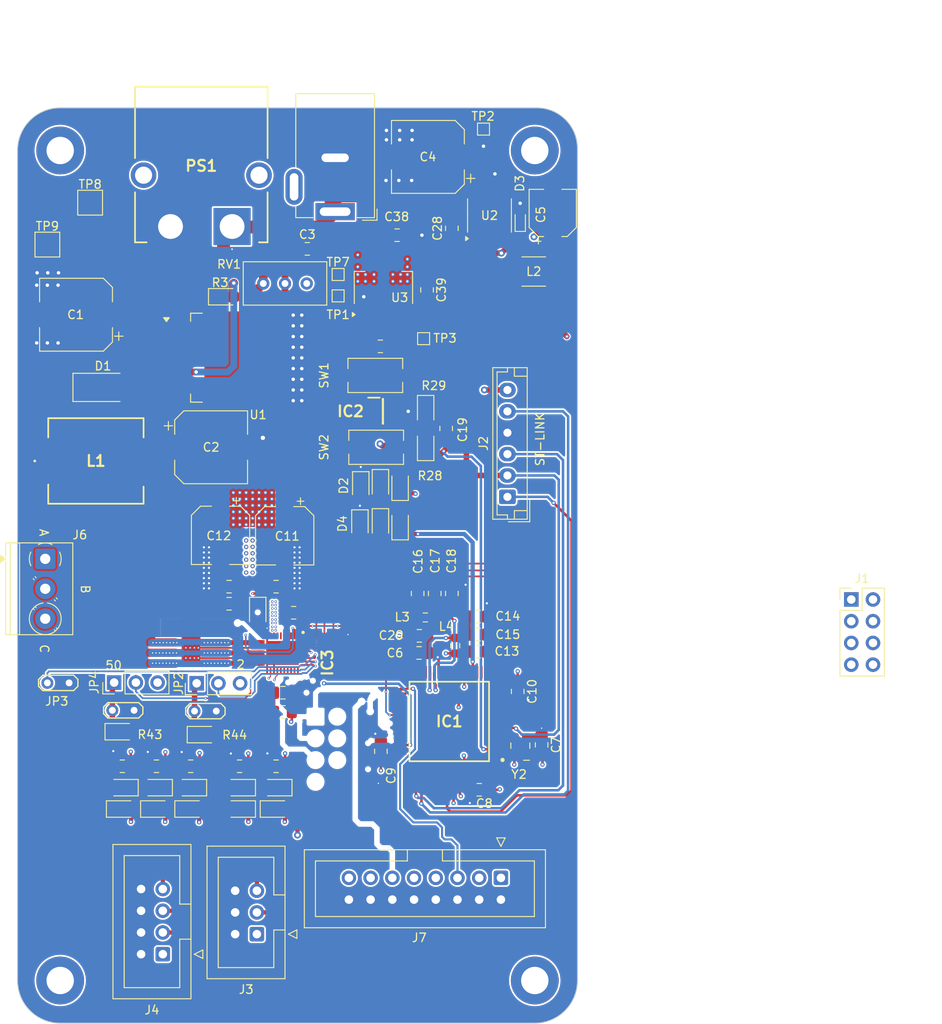
<source format=kicad_pcb>
(kicad_pcb (version 20241229) (generator "pcbnew") (generator_version "9.0")
  (layers (0 "F.Cu" signal) (4 "In1.Cu" signal "PWR") (6 "In2.Cu" signal "GND") (2 "B.Cu" signal) (13 "F.Paste" user) (15 "B.Paste" user) (5 "F.SilkS" user "F.Silkscreen") (7 "B.SilkS" user "B.Silkscreen") (1 "F.Mask" user) (3 "B.Mask" user) (25 "Edge.Cuts" user))
  (net 0 "")
  (net 1 "VM")
  (net 2 "Net-(U1-FB)")
  (net 3 "+5V")
  (net 4 "VDD")
  (net 5 "NRST")
  (net 6 "USER")
  (net 7 "VDDA")
  (net 8 "VREF+")
  (net 9 "CP")
  (net 10 "CPL")
  (net 11 "CPH")
  (net 12 "Net-(U2-CB)")
  (net 16 "OSC")
  (net 24 "LED")
  (net 31 "SWDIO")
  (net 32 "SWCLK")
  (net 38 "SWO")
  (net 42 "Net-(IC2-K2)")
  (net 44 "Net-(IC3-OUTA_1)")
  (net 45 "Net-(IC3-OUTB_1)")
  (net 46 "Net-(IC3-OUTC_1)")
  (net 47 "GAIN")
  (net 48 "SLEW")
  (net 49 "MODE")
  (net 52 "Net-(JP1-A)")
  (net 53 "Net-(JP4-A)")
  (net 54 "Net-(D3-K)")
  (net 55 "Net-(D1-K)")
  (net 56 "Net-(D2-A)")
  (net 57 "V+")
  (net 60 "Net-(D4-A)")
  (net 61 "/3-Phase Driver/Vcurrfdbk_A")
  (net 62 "/3-Phase Driver/Vcurrfdbk_B")
  (net 63 "/3-Phase Driver/Vcurrfdbk_C")
  (net 64 "/External Sensor and Encoder/Encoder1 A")
  (net 65 "/External Sensor and Encoder/Encoder1 B")
  (net 66 "/External Sensor and Encoder/IMU_INT2")
  (net 67 "/External Sensor and Encoder/IMU_INT1")
  (net 68 "/External Sensor and Encoder/IMU_SCLK")
  (net 69 "/External Sensor and Encoder/IMU_MISO")
  (net 70 "/External Sensor and Encoder/IMU_MOSI")
  (net 71 "/External Sensor and Encoder/IMU_CS")
  (net 72 "/3-Phase Driver/NSLEEP")
  (net 73 "/3-Phase Driver/TIM1_CH3")
  (net 74 "/3-Phase Driver/TIM1_CH3N")
  (net 75 "/3-Phase Driver/TIM1_CH1")
  (net 76 "/3-Phase Driver/TIM1_CH1N")
  (net 77 "/3-Phase Driver/TIM1_CH2")
  (net 78 "/3-Phase Driver/TIM1_CH2N")
  (net 79 "/3-Phase Driver/NFAULT")
  (net 80 "/External Sensor and Encoder/Button")
  (net 81 "/External Sensor and Encoder/Encoder2 B")
  (net 82 "/External Sensor and Encoder/Encoder2 A")
  (net 83 "Net-(R26-Pad1)")
  (net 84 "Net-(R30-Pad2)")
  (net 86 "Net-(J3-Pin_3)")
  (net 87 "Net-(J3-Pin_5)")
  (net 88 "Net-(J4-Pin_3)")
  (net 89 "Net-(J4-Pin_5)")
  (net 90 "Net-(J4-Pin_7)")
  (net 95 "GND")
  (footprint "LED_SMD:LED_0805_2012Metric_Pad1.15x1.40mm_HandSolder" (layer "F.Cu") (at 130.0125 134.2)
    (property "Reference" "R40" (hide yes))
    (property "Value" "10k")
  )
  (footprint "Capacitor_SMD:C_0805_2012Metric_Pad1.18x1.45mm_HandSolder" (layer "F.Cu") (at 167.6125 115.8)
    (property "Reference" "C13")
    (property "Value" "0.1uF")
  )
  (footprint "LED_SMD:LED_0805_2012Metric_Pad1.15x1.40mm_HandSolder" (layer "F.Cu") (at 144 134.2)
    (property "Reference" "R35" (hide yes))
    (property "Value" "10k")
  )
  (footprint "Connector_PinHeader_2.54mm:PinHeader_2x04_P2.54mm_Vertical" (layer "F.Cu") (at 211.26 109.7)
    (property "Reference" "J1")
    (property "Value" "Conn_02x04_Top_Bottom")
  )
  (footprint "Capacitor_SMD:C_0805_2012Metric_Pad1.18x1.45mm_HandSolder" (layer "F.Cu") (at 156.1875 80.1 180)
    (property "Reference" "C30" (hide yes))
    (property "Value" "0.1uF")
  )
  (footprint "LED_SMD:LED_0805_2012Metric_Pad1.15x1.40mm_HandSolder" (layer "F.Cu") (at 161.4875 87.7 -90)
    (property "Reference" "R29")
    (property "Value" "100k")
  )
  (footprint "Capacitor_SMD:C_0805_2012Metric_Pad1.18x1.45mm_HandSolder" (layer "F.Cu") (at 144.8 120.6 180)
    (property "Reference" "C32" (hide yes))
    (property "Value" "2.2uF")
  )
  (footprint "Connector_BarrelJack:BarrelJack_GCT_DCJ200-10-A_Horizontal" (layer "F.Cu") (at 150.9 64.35 180)
    (property "Reference" "J5" (hide yes))
    (property "Value" "Jack-DC")
  )
  (footprint "Capacitor_SMD:C_0805_2012Metric_Pad1.18x1.45mm_HandSolder" (layer "F.Cu") (at 172.25 120.45 -90)
    (property "Reference" "C10")
    (property "Value" "0.1uF")
  )
  (footprint "LED_SMD:LED_0805_2012Metric_Pad1.15x1.40mm_HandSolder" (layer "F.Cu") (at 141.85 111.3 -90)
    (property "Reference" "R42" (hide yes))
    (property "Value" "5k")
  )
  (footprint "Capacitor_SMD:C_0805_2012Metric_Pad1.18x1.45mm_HandSolder" (layer "F.Cu") (at 162.55 109 90)
    (property "Reference" "C17")
    (property "Value" "0.1uF")
  )
  (footprint "LED_SMD:LED_0805_2012Metric_Pad1.15x1.40mm_HandSolder" (layer "F.Cu") (at 126.0125 131.7 180)
    (property "Reference" "R38" (hide yes))
    (property "Value" "10k")
  )
  (footprint "Diode_SMD:D_SOD-523" (layer "F.Cu") (at 172.55 65.4 90)
    (property "Reference" "D3")
    (property "Value" "20V 500mA")
  )
  (footprint "Capacitor_SMD:C_0805_2012Metric_Pad1.18x1.45mm_HandSolder" (layer "F.Cu") (at 144.8 122.85 180)
    (property "Reference" "C23" (hide yes))
    (property "Value" "0.1uF")
  )
  (footprint "Capacitor_SMD:CP_Elec_5x5.3" (layer "F.Cu") (at 176.35 64.5 90)
    (property "Reference" "C5")
    (property "Value" "100uF 10V")
  )
  (footprint "LED_SMD:LED_0805_2012Metric_Pad1.15x1.40mm_HandSolder" (layer "F.Cu") (at 156.2 100.9375 -90)
    (property "Reference" "R31" (hide yes))
    (property "Value" "3.6")
  )
  (footprint "Capacitor_SMD:C_0805_2012Metric_Pad1.18x1.45mm_HandSolder" (layer "F.Cu") (at 156.25 127.45 -90)
    (property "Reference" "C9")
    (property "Value" "0.1uF")
  )
  (footprint "TestPoint:TestPoint_Pad_2.5x2.5mm" (layer "F.Cu") (at 117.25 68.2)
    (property "Reference" "TP9")
    (property "Value" "V-")
  )
  (footprint "Diode_SMD:D_SMA" (layer "F.Cu") (at 123.75 84.9)
    (property "Reference" "D1")
    (property "Value" "60V 3A")
  )
  (footprint "Capacitor_SMD:C_0805_2012Metric_Pad1.18x1.45mm_HandSolder" (layer "F.Cu") (at 130.0125 129.2)
    (property "Reference" "C36" (hide yes))
    (property "Value" "0.1uF")
  )
  (footprint "Resistor_SMD:R_0603_1608Metric_Pad0.98x0.95mm_HandSolder" (layer "F.Cu") (at 164.95 115.1 90)
    (property "Reference" "L4")
    (property "Value" "L_Ferrite 600R@100MHz")
  )
  (footprint "Potentiometer_THT:Potentiometer_Bourns_3296W_Vertical" (layer "F.Cu") (at 142.5 72.75 180)
    (property "Reference" "RV1")
    (property "Value" "R_Potentiometer_Trim")
  )
  (footprint "Capacitor_SMD:C_0805_2012Metric_Pad1.18x1.45mm_HandSolder" (layer "F.Cu") (at 175.05 126.7 -90)
    (property "Reference" "C7")
    (property "Value" "0.1uF")
  )
  (footprint "Capacitor_SMD:C_0805_2012Metric_Pad1.18x1.45mm_HandSolder" (layer "F.Cu") (at 167.6125 111.7)
    (property "Reference" "C14")
    (property "Value" "0.1uF")
  )
  (footprint "MountingHole:MountingHole_3.2mm_M3_DIN965_Pad" (layer "F.Cu") (at 118.75 154.25)
    (property "Reference" "H2" (hide yes))
    (property "Value" "MountingHole")
  )
  (footprint "TestPoint:TestPoint_Pad_2.5x2.5mm" (layer "F.Cu") (at 122.25 63.3)
    (property "Reference" "TP8")
    (property "Value" "V+")
  )
  (footprint "Capacitor_SMD:C_0805_2012Metric_Pad1.18x1.45mm_HandSolder" (layer "F.Cu") (at 167.6125 113.8)
    (property "Reference" "C15")
    (property "Value" "1uF")
  )
  (footprint "Capacitor_SMD:C_0805_2012Metric_Pad1.18x1.45mm_HandSolder" (layer "F.Cu") (at 161.65 73.5 -90)
    (property "Reference" "C39")
    (property "Value" "0.1uF")
  )
  (footprint "TestPoint:TestPoint_Pad_1.0x1.0mm" (layer "F.Cu") (at 151.25 71.7)
    (property "Reference" "TP7")
    (property "Value" "TestPoint")
  )
  (footprint "LED_SMD:LED_0805_2012Metric_Pad1.15x1.40mm_HandSolder" (layer "F.Cu") (at 158.5 96.2625 90)
    (property "Reference" "R27" (hide yes))
    (property "Value" "3.6")
  )
  (footprint "Capacitor_SMD:CP_Elec_8x10" (layer "F.Cu") (at 136.4 91.9)
    (property "Reference" "C2")
    (property "Value" "330uF 25V")
  )
  (footprint "Capacitor_SMD:C_0805_2012Metric_Pad1.18x1.45mm_HandSolder" (layer "F.Cu") (at 134.0125 129.2)
    (property "Reference" "C35" (hide yes))
    (property "Value" "0.1uF")
  )
  (footprint "Capacitor_SMD:CP_Elec_8x10" (layer "F.Cu") (at 120.6 76.4 180)
    (property "Reference" "C1")
    (property "Value" "330uF 35V")
  )
  (footprint "Capacitor_SMD:C_0805_2012Metric_Pad1.18x1.45mm_HandSolder" (layer "F.Cu") (at 144 129.2)
    (property "Reference" "C40" (hide yes))
    (property "Value" "0.1uF")
  )
  (footprint "Connector_IDC:IDC-Header_2x03_P2.54mm_Vertical" (layer "F.Cu") (at 141.75 148.83 180)
    (property "Reference" "J3")
    (property "Value" "Encoder1")
  )
  (footprint "Connector_JST:JST_EH_B6B-EH-A_1x06_P2.50mm_Vertical" (layer "F.Cu") (at 171.05 97.7 90)
    (property "Reference" "J2")
    (property "Value" "ST-Link")
  )
  (footprint "Capacitor_SMD:C_0805_2012Metric_Pad1.18x1.45mm_HandSolder" (layer "F.Cu") (at 167.75 131.95)
    (property "Reference" "C8")
    (property "Value" "0.1uF")
  )
  (footprint "Capacitor_SMD:C_0805_2012Metric_Pad1.18x1.45mm_HandSolder" (layer "F.Cu") (at 138.5 108.2 180)
    (property "Reference" "C22" (hide yes))
    (property "Value" "0.1uF")
  )
  (footprint "TerminalBlock_Phoenix:TerminalBlock_Phoenix_PT-1,5-3-3.5-H_1x03_P3.50mm_Horizontal" (layer "F.Cu") (at 117 104.95 -90)
    (property "Reference" "J6")
    (property "Value" "Screw_Terminal_01x03" (hide yes))
  )
  (footprint "MountingHole:MountingHole_3.2mm_M3_DIN965_Pad" (layer "F.Cu") (at 174.25 154.25)
    (property "Reference" "H3" (hide yes))
    (property "Value" "MountingHole")
  )
  (footprint "LED_SMD:LED_0805_2012Metric_Pad1.15x1.40mm_HandSolder" (layer "F.Cu") (at 125.85 125.16)
    (property "Reference" "R43" (hide yes))
    (property "Value" "47K")
  )
  (footprint "Capacitor_SMD:C_0805_2012Metric_Pad1.18x1.45mm_HandSolder" (layer "F.Cu") (at 160.55 109 90)
    (property "Reference" "C16")
    (property "Value" "0.1uF")
  )
  (footprint "LED_SMD:LED_0805_2012Metric" (layer "F.Cu") (at 153.8 100.9 -90)
    (property "Reference" "D4")
    (property "Value" "Red LED")
  )
  (footprint "LED_SMD:LED_0805_2012Metric_Pad1.15x1.40mm_HandSolder" (layer "F.Cu") (at 134.0125 131.7 180)
    (property "Reference" "R36" (hide yes))
    (property "Value" "10k")
  )
  (footprint "Capacitor_SMD:C_0805_2012Metric_Pad1.18x1.45mm_HandSolder" (layer "F.Cu") (at 158.15 67.1 180)
    (property "Reference" "C38")
    (property "Value" "10uF")
  )
  (footprint "MountingHole:MountingHole_3.2mm_M3_DIN965_Pad" (layer "F.Cu") (at 118.75 57.2)
    (property "Reference" "H1" (hide yes))
    (property "Value" "MountingHole")
  )
  (footprint "TestPoint:TestPoint_2Pads_Pitch2.54mm_Drill0.8mm" (layer "F.Cu") (at 117.25 119.45)
    (property "Reference" "JP3")
    (property "Value" "Mode Selector")
  )
  (footprint "LED_SMD:LED_0805_2012Metric_Pad1.15x1.40mm_HandSolder" (layer "F.Cu") (at 130.0125 131.7 180)
    (property "Reference" "R37" (hide yes))
    (property "Value" "10k")
  )
  (footprint "Button_Switch_SMD:SW_Tactile_SPST_NO_Straight_CK_PTS636Sx25SMTRLFS" (layer "F.Cu") (at 155.6 83.5)
    (property "Reference" "SW1")
    (property "Value" "SW_Push")
  )
  (footprint "Capacitor_SMD:C_0805_2012Metric_Pad1.18x1.45mm_HandSolder" (layer "F.Cu") (at 139.725 129.2)
    (property "Reference" "C34" (hide yes))
    (property "Value" "0.1uF")
  )
  (footprint "TestPoint:TestPoint_Pad_1.0x1.0mm" (layer "F.Cu") (at 151.25 74.2)
    (property "Reference" "TP1")
    (property "Value" "TestPoint")
  )
  (footprint "LED_SMD:LED_0805_2012Metric_Pad1.15x1.40mm_HandSolder" (layer "F.Cu") (at 134.0125 134.2)
    (property "Reference" "R39" (hide yes))
    (property "Value" "10k")
  )
  (footprint "LED_SMD:LED_0805_2012Metric_Pad1.15x1.40mm_HandSolder" (layer "F.Cu") (at 139.725 131.7 180)
    (property "Reference" "R33" (hide yes))
    (property "Value" "10k")
  )
  (footprint "TestPoint:TestPoint_2Pads_Pitch2.54mm_Drill0.8mm" (layer "F.Cu") (at 124.85 122.66)
    (property "Reference" "JP5" (hide yes))
    (property "Value" "25V/us")
  )
  (footprint "LED_SMD:LED_0805_2012Metric_Pad1.15x1.40mm_HandSolder" (layer "F.Cu") (at 144 131.7 180)
    (property "Reference" "R32" (hide yes))
    (property "Value" "10k")
  )
  (footprint "SamacSys_Parts:QFP50P1200X1200X160-64N" (layer "F.Cu") (at 164.25 123.962 180)
    (property "Reference" "IC1")
    (property "Value" "STM32G474RET6" (hide yes))
  )
  (footprint "Package_SO:SOIC-8_3.9x4.9mm_P1.27mm" (layer "F.Cu") (at 168.95 64.8 90)
    (property "Reference" "U2")
    (property "Value" "LM2674M-5.0")
  )
  (footprint "LED_SMD:LED_0805_2012Metric_Pad1.15x1.40mm_HandSolder" (layer "F.Cu") (at 139.725 134.2 180)
    (property "Reference" "R34" (hide yes))
    (property "Value" "10k")
  )
  (footprint "Capacitor_SMD:C_0805_2012Metric_Pad1.18x1.45mm_HandSolder" (layer "F.Cu") (at 163.8875 89.7 90)
    (property "Reference" "C19")
    (property "Value" "0.1uF")
  )
  (footprint "LED_SMD:LED_0805_2012Metric_Pad1.15x1.40mm_HandSolder" (layer "F.Cu") (at 135.46 125.5)
    (property "Reference" "R44")
    (property "Value" "47K")
  )
  (footprint "LED_SMD:LED_0805_2012Metric" (layer "F.Cu") (at 153.9 96.4375 -90)
    (property "Reference" "D2")
    (property "Value" "Red LED")
  )
  (footprint "Connector_PinHeader_2.54mm:PinHeader_1x03_P2.54mm_Vertical" (layer "F.Cu") (at 134.71 119.5 90)
    (property "Reference" "JP2")
    (property "Value" "Gain Selector")
  )
  (footprint "Connector_IDC:IDC-Header_2x04_P2.54mm_Vertical" (layer "F.Cu") (at 130.75 151.175 180)
    (property "Reference" "J4")
    (property "Value" "Encoder2")
  )
  (footprint "Capacitor_SMD:C_0805_2012Metric_Pad1.18x1.45mm_HandSolder" (layer "F.Cu") (at 164.55 66.3 90)
    (property "Reference" "C28")
    (property "Value" "10nF")
  )
  (footprint "MountingHole:MountingHole_3.2mm_M3_DIN965_Pad" (layer "F.Cu") (at 174.25 57.2)
    (property "Reference" "H4" (hide yes))
    (property "Value" "MountingHole")
  )
  (footprint "Resistor_SMD:R_0603_1608Metric_Pad0.98x0.95mm_HandSolder" (layer "F.Cu") (at 161.45 111.8)
    (property "Reference" "L3")
    (property "Value" "L_Ferrite 600R@100MHz")
  )
  (footprint "Capacitor_SMD:CP_Elec_6.3x5.4" (layer "F.Cu") (at 145 102.25 -90)
    (property "Reference" "C11")
    (property "Value" "22uF 25V")
  )
  (footprint "LED_SMD:LED_0805_2012Metric_Pad1.15x1.40mm_HandSolder" (layer "F.Cu") (at 158.5 100.8625 90)
    (property "Reference" "R30" (hide yes))
    (property "Value" "3.6")
  )
  (footprint "Package_TO_SOT_SMD:SOT-223-3_TabPin2" (layer "F.Cu") (at 156.55 73.25 90)
    (property "Reference" "U3")
    (property "Value" "LD1117S33TR")
  )
  (footprint "TestPoint:TestPoint_Pad_1.0x1.0mm" (layer "F.Cu") (at 168.25 54.7)
    (property "Reference" "TP2")
    (property "Value" "TestPoint")
  )
  (footprint "Capacitor_SMD:C_0805_2012Metric_Pad1.18x1.45mm_HandSolder" (layer "F.Cu") (at 138.5 110.2 180)
    (property "Reference" "C20" (hide yes))
    (property "Value" "0.1uF")
  )
  (footprint "Connector_PinHeader_2.54mm:PinHeader_1x03_P2.54mm_Vertical" (layer "F.Cu") (at 125.06 119.41 90)
    (property "Reference" "JP4")
    (property "Value" "Slew Selector")
  )
  (footprint "LED_SMD:LED_0805_2012Metric_Pad1.15x1.40mm_HandSolder" (layer "F.Cu") (at 161.4875 91.6 90)
    (property "Reference" "R28")
    (property "Value" "330")
  )
  (footprint "Capacitor_SMD:C_0805_2012Metric_Pad1.18x1.45mm_HandSolder" (layer "F.Cu") (at 144 108.2)
    (property "Reference" "C26" (hide yes))
    (property "Value" "0.1uF")
  )
  (footprint "Capacitor_SMD:CP_Elec_6.3x5.4" (layer "F.Cu") (at 137.5 102.2 -90)
    (property "Reference" "C12")
    (property "Value" "22uF 25V")
  )
  (footprint "Package_TO_SOT_SMD:TO-263-5_TabPin3" (layer "F.Cu") (at 138.825 81.425)
    (property "Reference" "U1")
    (property "Value" "LM2596S-ADJ")
  )
  (footprint "SamacSys_Parts:SOT105P242X150-3N" (layer "F.Cu") (at 156.4875 87.7)
    (property "Reference" "IC2")
    (property "Value" "ESDA6V1L" (hide yes))
  )
  (footprint "Connector_IDC:IDC-Header_2x08_P2.54mm_Vertical" (layer "F.Cu") (at 170.29 142.25 -90)
    (property "Reference" "J7")
    (property "Value" "IMU")
  )
  (footprint "Oscillator:Oscillator_SMD_SeikoEpson_TG2520SMN-xxx-xxxxxx-4Pin_2.5x2.0mm" (layer "F.Cu") (at 172.559282 126.786707 180)
    (property "Reference" "Y2")
    (property "Value" "TG2520SMN-32.0Mhz")
  )
  (footprint "Capacitor_SMD:C_0805_2012Metric_Pad1.18x1.45mm_HandSolder" (layer "F.Cu") (at 164.55 109 90)
    (property "Reference" "C18")
    (property "Value" "1uF")
  )
  (footprint "Capacitor_SMD:C_0805_2012Metric_Pad1.18x1.45mm_HandSolder" (layer "F.Cu") (at 146.05 111.25 180)
    (property "Reference" "C31" (hide yes))
    (property "Value" "0.1uF")
  )
  (footprint "LED_SMD:LED_0805_2012Metric_Pad1.15x1.40mm_HandSolder" (layer "F.Cu") (at 156.2 96.3625 -90)
    (property "Reference" "R26" (hide yes))
    (property "Value" "3.6")
  )
  (footprint "LED_SMD:LED_0805_2012Metric_Pad1.15x1.40mm_HandSolder" (layer "F.Cu") (at 137.95 74.3)
    (property "Reference" "R3")
    (property "Value" "1K")
  )
  (footprint "Capacitor_SMD:C_0805_2012Metric_Pad1.18x1.45mm_HandSolder" (layer "F.Cu") (at 147.65 68.7)
    (property "Reference" "C3")
    (property "Value" "1.5nF")
  )
  (footprint "SamacSys_Parts:LMLP1011M470DTAS" (layer "F.Cu") (at 122.925 93.5)
    (property "Reference" "L1")
    (property "Value" "47uH 3.1A" (hide yes))
  )
  (footprint "Capacitor_SMD:C_0805_2012Metric_Pad1.18x1.45mm_HandSolder" (layer "F.Cu") (at 160.7125 115.95 180)
    (property "Reference" "C6")
    (property "Value" "0.1uF")
  )
  (footprint "SamacSys_Parts:QFN40P400X500X80-37N-D" (layer "F.Cu") (at 144.75 115.95 -90)
    (property "Reference" "IC3")
    (property "Value" "DRV8317HREER" (hide yes))
  )
  (footprint "TestPoint:TestPoint_Pad_1.0x1.0mm" (layer "F.Cu") (at 161.25 79.2)
    (property "Reference" "TP3")
    (property "Value" "TestPoint")
  )
  (footprint "Capacitor_SMD:C_0805_2012Metric_Pad1.18x1.45mm_HandSolder" (layer "F.Cu") (at 126.0125 129.2)
    (property "Reference" "C37" (hide yes))
    (property "Value" "0.1uF")
  )
  (footprint "Capacitor_SMD:C_0805_2012Metric_Pad1.18x1.45mm_HandSolder" (layer "F.Cu") (at 160.75 113.95 180)
    (property "Reference" "C29")
    (property "Value" "10uF")
  )
  (footprint "Button_Switch_SMD:SW_Tactile_SPST_NO_Straight_CK_PTS636Sx25SMTRLFS" (layer "F.Cu") (at 155.7 91.9)
    (property "Reference" "SW2")
    (property "Value" "SW_Push")
  )
  (footprint "LED_SMD:LED_0805_2012Metric_Pad1.15x1.40mm_HandSolder" (layer "F.Cu") (at 126.0125 134.2)
    (property "Reference" "R41" (hide yes))
    (property "Value" "10k")
  )
  (footprint "SamacSys_Parts:XT60PWM" (layer "F.Cu") (at 138.85 66.0875 180)
    (property "Reference" "PS1")
    (property "Value" "XT60PW-M" (hide yes))
  )
  (footprint "Capacitor_SMD:CP_Elec_8x10" (layer "F.Cu") (at 161.75 57.95 180)
    (property "Reference" "C4")
    (property "Value" "330uF 25V")
  )
  (footprint "Inductor_SMD:L_1812_4532Metric_Pad1.30x3.40mm_HandSolder" (layer "F.Cu") (at 174.125 71.35)
    (property "Reference" "L2")
    (property "Value" "47uH 3.1A")
  )
  (footprint "TestPoint:TestPoint_2Pads_Pitch2.54mm_Drill0.8mm" (layer "F.Cu") (at 134.46 122.75)
    (property "Reference" "JP1" (hide yes))
    (property "Value" "0.25V/A")
  )
  (gr_line (start 113.75 57.2) (end 113.75 154.25) (stroke (width 0.1)) (layer "Edge.Cuts"))
  (gr_arc (start 174.5 52.2) (mid 177.858757 53.591243) (end 179.25 56.95) (stroke (width 0.1)) (layer "Edge.Cuts"))
  (gr_arc (start 179.25 154.25) (mid 177.785534 157.785534) (end 174.25 159.25) (stroke (width 0.1)) (layer "Edge.Cuts"))
  (gr_line (start 179.25 154.25) (end 179.25 56.95) (stroke (width 0.1)) (layer "Edge.Cuts"))
  (gr_line (start 118.75 159.25) (end 174.25 159.25) (stroke (width 0.1)) (layer "Edge.Cuts"))
  (gr_arc (start 118.75 159.25) (mid 115.214466 157.785534) (end 113.75 154.25) (stroke (width 0.1)) (layer "Edge.Cuts"))
  (gr_arc (start 113.75 57.2) (mid 115.214466 53.664466) (end 118.75 52.2) (stroke (width 0.1)) (layer "Edge.Cuts"))
  (gr_line (start 174.5 52.2) (end 118.75 52.2) (stroke (width 0.1)) (layer "Edge.Cuts"))
  (gr_text "C" (at 116.3 114.85 270) (layer "F.SilkS") (effects (font (size 1 1)) (justify left bottom)))
  (gr_text "2" (at 139.85 117.3 0) (layer "F.SilkS") (effects (font (size 1 1))))
  (gr_text "B" (at 121.1 107.9 270) (layer "F.SilkS") (effects (font (size 1 1)) (justify left bottom)))
  (gr_text "R43" (at 129.25 125.5 0) (layer "F.SilkS") (effects (font (size 1 1))))
  (gr_text "ST-LINK" (at 175.45 94.2 90) (layer "F.SilkS") (effects (font (size 1 1)) (justify left bottom)))
  (gr_text "50" (at 125 117.4 0) (layer "F.SilkS") (effects (font (size 1 1))))
  (gr_text "A" (at 116.25 101.35 270) (layer "F.SilkS") (effects (font (size 1 1)) (justify left bottom)))
  (segment (start 134.3 95.95) (end 133.15 94.8) (width 1.5) (layer "F.Cu") (net 1))
  (segment (start 133.15 91.9) (end 133.15 94.8) (width 1.5) (layer "F.Cu") (net 1))
  (segment (start 149.3 76.15) (end 151.25 74.2) (width 1.5) (layer "F.Cu") (net 1))
  (segment (start 148.6875 68.7) (end 148.6875 69.5625) (width 0.8) (layer "F.Cu") (net 1))
  (segment (start 145.04 74.29) (end 145.5 74.75) (width 0.8) (layer "F.Cu") (net 1))
  (segment (start 148.75 95.95) (end 149.3 95.4) (width 1.5) (layer "F.Cu") (net 1))
  (segment (start 129.05 92.1) (end 127.65 93.5) (width 1.5) (layer "F.Cu") (net 1))
  (segment (start 139.5375 110.2) (end 139.5375 108.2) (width 0.65) (layer "F.Cu") (net 1))
  (segment (start 134.3 95.95) (end 134.3 96.2) (width 1.5) (layer "F.Cu") (net 1))
  (segment (start 148.75 95.95) (end 134.3 95.95) (width 1.5) (layer "F.Cu") (net 1))
  (segment (start 139.5375 101.1625) (end 139.75 100.95) (width 0.65) (layer "F.Cu") (net 1))
  (segment (start 132.95 92.1) (end 129.05 92.1) (width 1.5) (layer "F.Cu") (net 1))
  (segment (start 139.5375 108.2) (end 139.5375 101.1625) (width 0.65) (layer "F.Cu") (net 1))
  (segment (start 145.33 70.5) (end 145.04 70.79) (width 0.8) (layer "F.Cu") (net 1))
  (segment (start 147.75 70.5) (end 145.33 70.5) (width 0.8) (layer "F.Cu") (net 1))
  (segment (start 148.75 74.75) (end 149.3 74.2) (width 0.8) (layer "F.Cu") (net 1))
  (segment (start 134.3 96.2) (end 137.5 99.4) (width 1.5) (layer "F.Cu") (net 1))
  (segment (start 145.04 70.79) (end 145.04 72.75) (width 0.8) (layer "F.Cu") (net 1))
  (segment (start 149.3 74.2) (end 151.25 74.2) (width 0.8) (layer "F.Cu") (net 1))
  (segment (start 148.6875 69.5625) (end 147.75 70.5) (width 0.8) (layer "F.Cu") (net 1))
  (segment (start 149.3 95.4) (end 149.3 76.15) (width 1.5) (layer "F.Cu") (net 1))
  (segment (start 133.15 91.9) (end 132.95 92.1) (width 1.5) (layer "F.Cu") (net 1))
  (segment (start 145.5 74.75) (end 148.75 74.75) (width 0.8) (layer "F.Cu") (net 1))
  (segment (start 145.04 72.75) (end 145.04 74.29) (width 0.8) (layer "F.Cu") (net 1))
  (via (at 141.25 97.2) (size 0.5) (drill 0.25) (layers "F.Cu" "B.Cu") (net 1))
  (via (at 140.5 105.05) (size 0.5) (drill 0.25) (layers "F.Cu" "B.Cu") (net 1))
  (via (at 142 100.2) (size 0.5) (drill 0.25) (layers "F.Cu" "B.Cu") (net 1))
  (via (at 142.75 97.2) (size 0.5) (drill 0.25) (layers "F.Cu" "B.Cu") (net 1))
  (via (at 143.95 109.95) (size 0.3) (drill 0.15) (layers "F.Cu" "B.Cu") (net 1))
  (via (at 141.25 99.45) (size 0.5) (drill 0.25) (layers "F.Cu" "B.Cu") (net 1))
  (via (at 143.95 112.9) (size 0.3) (drill 0.15) (layers "F.Cu" "B.Cu") (net 1))
  (via (at 143.5 100.95) (size 0.5) (drill 0.25) (layers "F.Cu" "B.Cu") (net 1))
  (via (at 143.55 112.05) (size 0.3) (drill 0.15) (layers "F.Cu" "B.Cu") (net 1))
  (via (at 143.55 112.45) (size 0.3) (drill 0.15) (layers "F.Cu" "B.Cu") (net 1))
  (via (at 139 98.7) (size 0.5) (drill 0.25) (layers "F.Cu" "B.Cu") (net 1))
  (via (at 139 100.95) (size 0.5) (drill 0.25) (layers "F.Cu" "B.Cu") (net 1))
  (via (at 142.75 97.95) (size 0.5) (drill 0.25) (layers "F.Cu" "B.Cu") (net 1))
  (via (at 139 97.95) (size 0.5) (drill 0.25) (layers "F.Cu" "B.Cu") (net 1))
  (via (at 143.95 112.45) (size 0.3) (drill 0.15) (layers "F.Cu" "B.Cu") (net 1))
  (via (at 143.95 113.3) (size 0.3) (drill 0.15) (layers "F.Cu" "B.Cu") (net 1))
  (via (at 140.5 98.7) (size 0.5) (drill 0.25) (layers "F.Cu" "B.Cu") (net 1))
  (via (at 140.5 99.45) (size 0.5) (drill 0.25) (layers "F.Cu" "B.Cu") (net 1))
  (via (at 140.5 100.95) (size 0.5) (drill 0.25) (layers "F.Cu" "B.Cu") (net 1))
  (via (at 141.25 98.7) (size 0.5) (drill 0.25) (layers "F.Cu" "B.Cu") (net 1))
  (via (at 143.55 110.35) (size 0.3) (drill 0.15) (layers "F.Cu" "B.Cu") (net 1))
  (via (at 142.75 98.7) (size 0.5) (drill 0.25) (layers "F.Cu" "B.Cu") (net 1))
  (via (at 140.5 103.55) (size 0.5) (drill 0.25) (layers "F.Cu" "B.Cu") (net 1))
  (via (at 140.5 102.8) (size 0.5) (drill 0.25) (layers "F.Cu" "B.Cu") (net 1))
  (via (at 139.75 99.45) (size 0.5) (drill 0.25) (layers "F.Cu" "B.Cu") (net 1))
  (via (at 141.25 105.05) (size 0.5) (drill 0.25) (layers "F.Cu" "B.Cu") (net 1))
  (via (at 143.95 110.75) (size 0.3) (drill 0.15) (layers "F.Cu" "B.Cu") (net 1))
  (via (at 142 97.95) (size 0.5) (drill 0.25) (layers "F.Cu" "B.Cu") (net 1))
  (via (at 139.75 100.95) (size 0.5) (drill 0.25) (layers "F.Cu" "B.Cu") (net 1))
  (via (at 143.55 109.95) (size 0.3) (drill 0.15) (layers "F.Cu" "B.Cu") (net 1))
  (via (at 143.55 112.9) (size 0.3) (drill 0.15) (layers "F.Cu" "B.Cu") (net 1))
  (via (at 141.25 100.95) (size 0.5) (drill 0.25) (layers "F.Cu" "B.Cu") (net 1))
  (via (at 139 99.45) (size 0.5) (drill 0.25) (layers "F.Cu" "B.Cu") (net 1))
  (via (at 142 99.45) (size 0.5) (drill 0.25) (layers "F.Cu" "B.Cu") (net 1))
  (via (at 139.75 98.7) (size 0.5) (drill 0.25) (layers "F.Cu" "B.Cu") (net 1))
  (via (at 140.5 100.2) (size 0.5) (drill 0.25) (layers "F.Cu" "B.Cu") (net 1))
  (via (at 143.55 110.75) (size 0.3) (drill 0.15) (layers "F.Cu" "B.Cu") (net 1))
  (via (at 141.25 105.8) (size 0.5) (drill 0.25) (layers "F.Cu" "B.Cu") (net 1))
  (via (at 141.25 97.95) (size 0.5) (drill 0.25) (layers "F.Cu" "B.Cu") (net 1))
  (via (at 141.25 100.2) (size 0.5) (drill 0.25) (layers "F.Cu" "B.Cu") (net 1))
  (via (at 143.95 112.05) (size 0.3) (drill 0.15) (layers "F.Cu" "B.Cu") (net 1))
  (via (at 143.55 113.3) (size 0.3) (drill 0.15) (layers "F.Cu" "B.Cu") (net 1))
  (via (at 139.75 100.2) (size 0.5) (drill 0.25) (layers "F.Cu" "B.Cu") (net 1))
  (via (at 143.5 97.2) (size 0.5) (drill 0.25) (layers "F.Cu" "B.Cu") (net 1))
  (via (at 141.25 102.8) (size 0.5) (drill 0.25) (layers "F.Cu" "B.Cu") (net 1))
  (via (at 142.75 100.2) (size 0.5) (drill 0.25) (layers "F.Cu" "B.Cu") (net 1))
  (via (at 143.95 110.35) (size 0.3) (drill 0.15) (layers "F.Cu" "B.Cu") (net 1))
  (via (at 140.5 106.55) (size 0.5) (drill 0.25) (layers "F.Cu" "B.Cu") (net 1))
  (via (at 139.75 97.95) (size 0.5) (drill 0.25) (layers "F.Cu" "B.Cu") (net 1))
  (via (at 143.5 100.2) (size 0.5) (drill 0.25) (layers "F.Cu" "B.Cu") (net 1))
  (via (at 143.5 98.7) (size 0.5) (drill 0.25) (layers "F.Cu" "B.Cu") (net 1))
  (via (at 143.5 97.95) (size 0.5) (drill 0.25) (layers "F.Cu" "B.Cu") (net 1))
  (via (at 143.95 111.2) (size 0.3) (drill 0.15) (layers "F.Cu" "B.Cu") (net 1))
  (via (at 143.95 111.6) (size 0.3) (drill 0.15) (layers "F.Cu" "B.Cu") (net 1))
  (via (at 142.75 99.45) (size 0.5) (drill 0.25) (layers "F.Cu" "B.Cu") (net 1))
  (via (at 140.5 104.3) (size 0.5) (drill 0.25) (layers "F.Cu" "B.Cu") (net 1))
  (via (at 141.25 103.55) (size 0.5) (drill 0.25) (layers "F.Cu" "B.Cu") (net 1))
  (via (at 140.5 105.8) (size 0.5) (drill 0.25) (layers "F.Cu" "B.Cu") (net 1))
  (via (at 139 100.2) (size 0.5) (drill 0.25) (layers "F.Cu" "B.Cu") (net 1))
  (via (at 142 97.2) (size 0.5) (drill 0.25) (layers "F.Cu" "B.Cu") (net 1))
  (via (at 141.25 104.3) (size 0.5) (drill 0.25) (layers "F.Cu" "B.Cu") (net 1))
  (via (at 139.75 97.2) (size 0.5) (drill 0.25) (layers "F.Cu" "B.Cu") (net 1))
  (via (at 142 100.95) (size 0.5) (drill 0.25) (layers "F.Cu" "B.Cu") (net 1))
  (via (at 142.75 100.95) (size 0.5) (drill 0.25) (layers "F.Cu" "B.Cu") (net 1))
  (via (at 142 98.7) (size 0.5) (drill 0.25) (layers "F.Cu" "B.Cu") (net 1))
  (via (at 139 97.2) (size 0.5) (drill 0.25) (layers "F.Cu" "B.Cu") (net 1))
  (via (at 140.5 97.95) (size 0.5) (drill 0.25) (layers "F.Cu" "B.Cu") (net 1))
  (via (at 143.55 111.2) (size 0.3) (drill 0.15) (layers "F.Cu" "B.Cu") (net 1))
  (via (at 143.55 111.6) (size 0.3) (drill 0.15) (layers "F.Cu" "B.Cu") (net 1))
  (via (at 140.5 97.2) (size 0.5) (drill 0.25) (layers "F.Cu" "B.Cu") (net 1))
  (via (at 143.5 99.45) (size 0.5) (drill 0.25) (layers "F.Cu" "B.Cu") (net 1))
  (via (at 141.25 106.55) (size 0.5) (drill 0.25) (layers "F.Cu" "B.Cu") (net 1))
  (segment (start 138.975 74.3) (end 140.95 74.3) (width 1) (layer "F.Cu") (net 2))
  (segment (start 140.95 74.3) (end 142.5 72.75) (width 1) (layer "F.Cu") (net 2))
  (segment (start 131.2 83.1) (end 131.175 83.125) (width 0.8) (layer "F.Cu") (net 2))
  (segment (start 134.65 83.1) (end 131.2 83.1) (width 0.8) (layer "F.Cu") (net 2))
  (segment (start 138.975 72.775) (end 139.05 72.7) (width 1) (layer "F.Cu") (net 2))
  (segment (start 138.975 74.3) (end 138.975 72.775) (width 1) (layer "F.Cu") (net 2))
  (segment (start 146.5625 68.75) (end 146.6125 68.7) (width 1) (layer "F.Cu") (net 2))
  (segment (start 142.5 72.75) (end 142.5 70.25) (width 1) (layer "F.Cu") (net 2))
  (segment (start 144 68.75) (end 146.5625 68.75) (width 1) (layer "F.Cu") (net 2))
  (segment (start 142.5 70.25) (end 144 68.75) (width 1) (layer "F.Cu") (net 2))
  (via (at 139.05 72.7) (size 0.8) (drill 0.4) (layers "F.Cu" "B.Cu") (net 2))
  (via (at 134.65 83.1) (size 0.8) (drill 0.4) (layers "F.Cu" "B.Cu") (net 2))
  (segment (start 138.35 83.1) (end 139.05 82.4) (width 0.8) (layer "B.Cu") (net 2))
  (segment (start 139.05 82.4) (end 139.05 72.7) (width 0.8) (layer "B.Cu") (net 2))
  (segment (start 134.65 83.1) (end 138.35 83.1) (width 0.8) (layer "B.Cu") (net 2))
  (segment (start 170.855 67.275) (end 170.855 68.695) (width 0.65) (layer "F.Cu") (net 3))
  (segment (start 161.65 74.5375) (end 161.65 76.05) (width 0.65) (layer "F.Cu") (net 3))
  (segment (start 163.85 69.2) (end 170.35 69.2) (width 0.65) (layer "F.Cu") (net 3))
  (segment (start 174.75 66.7) (end 176.45 66.7) (width 0.65) (layer "F.Cu") (net 3))
  (segment (start 161.65 76.05) (end 161.25 76.45) (width 0.65) (layer "F.Cu") (net 3))
  (segment (start 145.025 135.6875) (end 145.0125 135.7) (width 0.5) (layer "F.Cu") (net 3))
  (segment (start 146.5 137.25) (end 146.5 134.75) (width 0.5) (layer "F.Cu") (net 3))
  (segment (start 176.35 71.35) (end 176.35 66.8) (width 0.65) (layer "F.Cu") (net 3))
  (segment (start 161.25 76.45) (end 161.25 79.2) (width 0.65) (layer "F.Cu") (net 3))
  (segment (start 176.35 77.3) (end 176.35 71.35) (width 0.65) (layer "F.Cu") (net 3))
  (segment (start 163.25 69.8) (end 163.85 69.2) (width 0.65) (layer "F.Cu") (net 3))
  (segment (start 140.75 135.6875) (end 140.7625 135.7) (width 0.5) (layer "F.Cu") (net 3))
  (segment (start 145.95 134.2) (end 145.025 134.2) (width 0.5) (layer "F.Cu") (net 3))
  (segment (start 178 78.95) (end 176.35 77.3) (width 0.65) (layer "F.Cu") (net 3))
  (segment (start 158.85 75.225) (end 158.85 76.4) (width 0.65) (layer "F.Cu") (net 3))
  (segment (start 176.95 67.2) (end 176.45 66.7) (width 0.65) (layer "F.Cu") (net 3))
  (segment (start 162.9125 74.5375) (end 163.25 74.2) (width 0.65) (layer "F.Cu") (net 3))
  (segment (start 161.65 74.5375) (end 162.9125 74.5375) (width 0.65) (layer "F.Cu") (net 3))
  (segment (start 140.75 134.2) (end 140.75 135.6875) (width 0.5) (layer "F.Cu") (net 3))
  (segment (start 163.25 74.2) (end 163.25 69.8) (width 0.65) (layer "F.Cu") (net 3))
  (segment (start 145.025 134.2) (end 145.025 135.6875) (width 0.5) (layer "F.Cu") (net 3))
  (segment (start 170.855 68.695) (end 170.35 69.2) (width 0.65) (layer "F.Cu") (net 3))
  (segment (start 161.65 74.5375) (end 159.5375 74.5375) (width 0.65) (layer "F.Cu") (net 3))
  (segment (start 146.5 134.75) (end 145.95 134.2) (width 0.5) (layer "F.Cu") (net 3))
  (segment (start 176.35 66.8) (end 176.45 66.7) (width 0.65) (layer "F.Cu") (net 3))
  (segment (start 159.5375 74.5375) (end 158.85 75.225) (width 0.65) (layer "F.Cu") (net 3))
  (segment (start 174.15 67.3) (end 174.75 66.7) (width 0.65) (layer "F.Cu") (net 3))
  (via (at 146.5 137.25) (size 0.8) (drill 0.4) (layers "F.Cu" "B.Cu") (net 3))
  (via (at 140.7625 135.7) (size 0.5) (drill 0.25) (layers "F.Cu" "B.Cu") (net 3))
  (via (at 178 78.95) (size 0.5) (drill 0.25) (layers "F.Cu" "B.Cu") (net 3))
  (via (at 174.15 67.3) (size 0.8) (drill 0.4) (layers "F.Cu" "B.Cu") (net 3))
  (via (at 170.35 69.2) (size 0.8) (drill 0.4) (layers "F.Cu" "B.Cu") (net 3))
  (via (at 145.0125 135.7) (size 0.5) (drill 0.25) (layers "F.Cu" "B.Cu") (net 3))
  (segment (start 157.375 127.85) (end 157.375 128.325) (width 0.3) (layer "F.Cu") (net 4))
  (segment (start 171.05 85.2) (end 168.35 85.2) (width 0.65) (layer "F.Cu") (net 4))
  (segment (start 171.4505 120.212) (end 172.25 119.4125) (width 0.3) (layer "F.Cu") (net 4))
  (segment (start 156.35 91.7) (end 159.45 91.7) (width 0.65) (layer "F.Cu") (net 4))
  (segment (start 143.35 117.95) (end 143.35 118.7) (width 0.1) (layer "F.Cu") (net 4))
  (segment (start 159.7125 115.9125) (end 159.675 115.95) (width 0.8) (layer "F.Cu") (net 4))
  (segment (start 131.0375 134.2) (end 131.0375 135.675) (width 0.5) (layer "F.Cu") (net 4))
  (segment (start 127.0375 134.2) (end 127.0375 135.675) (width 0.5) (layer "F.Cu") (net 4))
  (segment (start 156.55 70.1) (end 156.55 67.6625) (width 0.65) (layer "F.Cu") (net 4))
  (segment (start 159.7125 113.95) (end 159.7125 115.9125) (width 0.8) (layer "F.Cu") (net 4))
  (segment (start 168.7875 131.95) (end 168.7875 131.7375) (width 0.3) (layer "F.Cu") (net 4))
  (segment (start 147.25 115.75) (end 147.95 115.75) (width 0.2) (layer "F.Cu") (net 4))
  (segment (start 143.8 119.1) (end 143.9 119) (width 0.1) (layer "F.Cu") (net 4))
  (segment (start 151.35 70.1) (end 150.75 70.7) (width 0.65) (layer "F.Cu") (net 4))
  (segment (start 170.1 131.95) (end 170.15 131.9) (width 0.3) (layer "F.Cu") (net 4))
  (segment (start 160.5 116.775) (end 159.675 115.95) (width 0.3) (layer "F.Cu") (net 4))
  (segment (start 165.1625 115.8) (end 164.95 116.0125) (width 0.3) (layer "F.Cu") (net 4))
  (segment (start 147.95 115.75) (end 148.1 115.9) (width 0.2) (layer "F.Cu") (net 4))
  (segment (start 159.7125 113.95) (end 158.4 113.95) (width 0.3) (layer "F.Cu") (net 4))
  (segment (start 160.25 97.2875) (end 160.3 97.3375) (width 0.5) (layer "F.Cu") (net 4))
  (segment (start 175.15 128.233489) (end 175.05 128.133489) (width 0.3) (layer "F.Cu") (net 4))
  (segment (start 157.513 127.712) (end 157.375 127.85) (width 0.3) (layer "F.Cu") (net 4))
  (segment (start 171.859282 127.836707) (end 171.859282 128.990718) (width 0.3) (layer "F.Cu") (net 4))
  (segment (start 127.0375 135.675) (end 127.0125 135.7) (width 0.5) (layer "F.Cu") (net 4))
  (segment (start 175.05 128.133489) (end 175.05 127.7375) (width 0.3) (layer "F.Cu") (net 4))
  (segment (start 145.8375 123.9125) (end 145.75 124) (width 0.3) (layer "F.Cu") (net 4))
  (segment (start 156.55 70.1) (end 153.45 70.1) (width 0.65) (layer "F.Cu") (net 4))
  (segment (start 164.45 116) (end 164.4625 116.0125) (width 0.3) (layer "F.Cu") (net 4))
  (segment (start 169.988 120.212) (end 171.4505 120.212) (width 0.3) (layer "F.Cu") (net 4))
  (segment (start 175.15 129) (end 175.15 128.233489) (width 0.3) (layer "F.Cu") (net 4))
  (segment (start 158.4 113.95) (end 158.35 114) (width 0.3) (layer "F.Cu") (net 4))
  (segment (start 157.2125 128.4875) (end 156.25 128.4875) (width 0.3) (layer "F.Cu") (net 4))
  (segment (start 143.9 118.8) (end 144.122556 118.577444) (width 0.1) (layer "F.Cu") (net 4))
  (segment (start 156.55 76.4) (end 156.55 70.1) (width 0.65) (layer "F.Cu") (net 4))
  (segment (start 164.4625 116.0125) (end 164.95 116.0125) (width 0.3) (layer "F.Cu") (net 4))
  (segment (start 153.45 70.1) (end 151.35 70.1) (width 0.65) (layer "F.Cu") (net 4))
  (segment (start 156.15 91.5) (end 156.35 91.7) (width 0.65) (layer "F.Cu") (net 4))
  (segment (start 157.375 128.325) (end 157.2125 128.4875) (width 0.3) (layer "F.Cu") (net 4))
  (segment (start 144.122556 118.577444) (end 144.122556 117.977444) (width 0.1) (layer "F.Cu") (net 4))
  (segment (start 166.575 115.8) (end 165.1625 115.8) (width 0.3) (layer "F.Cu") (net 4))
  (segment (start 156.25 128.4875) (end 156.25 129.7) (width 0.3) (layer "F.Cu") (net 4))
  (segment (start 159.95 113.7125) (end 159.7125 113.95) (width 0.3) (layer "F.Cu") (net 4))
  (segment (start 158.5 97.2875) (end 160.25 97.2875) (width 0.5) (layer "F.Cu") (net 4))
  (segment (start 145.8375 122.35) (end 145.8375 123.9125) (width 0.3) (layer "F.Cu") (net 4))
  (segment (start 158.512 127.712) (end 157.513 127.712) (width 0.3) (layer "F.Cu") (net 4))
  (segment (start 156.55 67.6625) (end 157.1125 67.1) (width 0.65) (layer "F.Cu") (net 4))
  (segment (start 135 134.2625) (end 135 135.7375) (width 0.5) (layer "F.Cu") (net 4))
  (segment (start 172.25 119.4125) (end 172.25 118.1) (width 0.3) (layer "F.Cu") (net 4))
  (segment (start 144.122556 117.977444) (end 144.15 117.95) (width 0.1) (layer "F.Cu") (net 4))
  (segment (start 168.7875 131.7375) (end 168 130.95) (width 0.3) (layer "F.Cu") (net 4))
  (segment (start 171.859282 128.990718) (end 171.85 129) (width 0.3) (layer "F.Cu") (net 4))
  (segment (start 150.75 70.7) (end 150.75 71.7) (width 0.65) (layer "F.Cu") (net 4))
  (segment (start 160.5375 110.05) (end 160.55 110.0375) (width 0.3) (layer "F.Cu") (net 4))
  (segment (start 159.95 112.3875) (end 159.95 113.7125) (width 0.3) (layer "F.Cu") (net 4))
  (segment (start 160.5 118.224) (end 160.5 116.775) (width 0.3) (layer "F.Cu") (net 4))
  (segment (start 168.7875 131.95) (end 170.1 131.95) (width 0.3) (layer "F.Cu") (net 4))
  (segment (start 131.0375 135.675) (end 131.0125 135.7) (width 0.5) (layer "F.Cu") (net 4))
  (segment (start 145.8375 122.35) (end 145.8375 120.1) (width 0.3) (layer "F.Cu") (net 4))
  (segment (start 163.85 116) (end 164.45 116) (width 0.3) (layer "F.Cu") (net 4))
  (segment (start 143.9 119) (end 143.9 118.8) (width 0.1) (layer "F.Cu") (net 4))
  (segment (start 160.5375 111.8) (end 159.95 112.3875) (width 0.3) (layer "F.Cu") (net 4))
  (segment (start 168 130.95) (end 168 129.7) (width 0.3) (layer "F.Cu") (net 4))
  (segment (start 160.5375 111.8) (end 160.5375 110.05) (width 0.3) (layer "F.Cu") (net 4))
  (segment (start 143.35 118.7) (end 143.15 118.9) (width 0.1) (layer "F.Cu") (net 4))
  (via (at 175.15 129) (size 0.5) (drill 0.25) (layers "F.Cu" "B.Cu") (net 4))
  (via (at 159.35 71.7) (size 0.5) (drill 0.25) (layers "F.Cu" "B.Cu") (net 4))
  (via (at 159.35 70.8) (size 0.5) (drill 0.25) (layers "F.Cu" "B.Cu") (net 4))
  (via (at 159.35 69.9) (size 0.5) (drill 0.25) (layers "F.Cu" "B.Cu") (net 4))
  (via (at 156.15 91.5) (size 0.8) (drill 0.4) (layers "F.Cu" "B.Cu") (net 4))
  (via (at 158.55 71.7) (size 0.5) (drill 0.25) (layers "F.Cu" "B.Cu") (net 4))
  (via (at 153.55 69.4) (size 0.5) (drill 0.25) (layers "F.Cu" "B.Cu") (net 4))
  (via (at 153.55 70.8) (size 0.5) (drill 0.25) (layers "F.Cu" "B.Cu") (net 4))
  (via (at 153.55 71.7) (size 0.5) (drill 0.25) (layers "F.Cu" "B.Cu") (net 4))
  (via (at 170.15 131.9) (size 0.5) (drill 0.25) (layers "F.Cu" "B.Cu") (net 4))
  (via (at 127.0125 135.7) (size 0.5) (drill 0.25) (layers "F.Cu" "B.Cu") (net 4))
  (via (at 168.35 85.2) (size 0.8) (drill 0.4) (layers "F.Cu" "B.Cu") (net 4))
  (via (at 157.65 71.7) (size 0.5) (drill 0.25) (layers "F.Cu" "B.Cu") (net 4))
  (via (at 155.45 72.5) (size 0.5) (drill 0.25) (layers "F.Cu" "B.Cu") (net 4))
  (via (at 153.55 72.5) (size 0.5) (drill 0.25) (layers "F.Cu" "B.Cu") (net 4))
  (via (at 154.45 72.5) (size 0.5) (drill 0.25) (layers "F.Cu" "B.Cu") (net 4))
  (via (at 157.65 72.5) (size 0.5) (drill 0.25) (layers "F.Cu" "B.Cu") (net 4))
  (via (at 145.75 124) (size 0.5) (drill 0.25) (layers "F.Cu" "B.Cu") (net 4))
  (via (at 154.45 71.7) (size 0.5) (drill 0.25) (layers "F.Cu" "B.Cu") (net 4))
  (via (at 143.15 118.9) (size 0.3) (drill 0.15) (layers "F.Cu" "B.Cu") (net 4))
  (via (at 143.8 119.1) (size 0.3) (drill 0.15) (layers "F.Cu" "B.Cu") (net 4))
  (via (at 172.25 118.1) (size 0.5) (drill 0.25) (layers "F.Cu" "B.Cu") (net 4))
  (via (at 160.3 97.3375) (size 0.5) (drill 0.25) (layers "F.Cu" "B.Cu") (net 4))
  (via (at 156.25 129.7) (size 0.5) (drill 0.25) (layers "F.Cu" "B.Cu") (net 4))
  (via (at 159.35 72.5) (size 0.5) (drill 0.25) (layers "F.Cu" "B.Cu") (net 4))
  (via (at 135 135.75) (size 0.5) (drill 0.25) (layers "F.Cu" "B.Cu") (net 4))
  (via (at 158.4 113.95) (size 0.5) (drill 0.25) (layers "F.Cu" "B.Cu") (net 4))
  (via (at 163.85 116) (size 0.5) (drill 0.25) (layers "F.Cu" "B.Cu") (net 4))
  (via (at 158.55 72.5) (size 0.5) (drill 0.25) (layers "F.Cu" "B.Cu") (net 4))
  (via (at 131.0125 135.7) (size 0.5) (drill 0.25) (layers "F.Cu" "B.Cu") (net 4))
  (via (at 148.1 115.9) (size 0.3) (drill 0.15) (layers "F.Cu" "B.Cu") (net 4))
  (via (at 171.85 129) (size 0.5) (drill 0.25) (layers "F.Cu" "B.Cu") (net 4))
  (via (at 155.45 71.7) (size 0.5) (drill 0.25) (layers "F.Cu" "B.Cu") (net 4))
  (segment (start 167.25 95.2) (end 171.05 95.2) (width 0.65) (layer "F.Cu") (net 5))
  (segment (start 158.65 86.65) (end 159.475 85.825) (width 0.65) (layer "F.Cu") (net 5))
  (segment (start 157.225 80.1) (end 158.65 80.1) (width 0.65) (layer "F.Cu") (net 5))
  (segment (start 159.475 83.5) (end 164.05 83.5) (width 0.65) (layer "F.Cu") (net 5))
  (segment (start 158.65 80.1) (end 159.0875 80.5375) (width 0.65) (layer "F.Cu") (net 5))
  (segment (start 164.05 83.5) (end 166.25 85.7) (width 0.65) (layer "F.Cu") (net 5))
  (segment (start 166.25 85.7) (end 166.25 94.2) (width 0.65) (layer "F.Cu") (net 5))
  (segment (start 159.0875 80.5875) (end 159.475 80.975) (width 0.65) (layer "F.Cu") (net 5))
  (segment (start 159.475 80.975) (end 159.475 83.5) (width 0.65) (layer "F.Cu") (net 5))
  (segment (start 155.4375 86.65) (end 158.65 86.65) (width 0.65) (layer "F.Cu") (net 5))
  (segment (start 159.0875 80.5375) (end 159.0875 80.5875) (width 0.65) (layer "F.Cu") (net 5))
  (segment (start 159.475 85.825) (end 159.475 83.5) (width 0.65) (layer "F.Cu") (net 5))
  (segment (start 166.25 94.2) (end 167.25 95.2) (width 0.65) (layer "F.Cu") (net 5))
  (segment (start 169.988 124.712) (end 171.962 124.712) (width 0.3) (layer "F.Cu") (net 5))
  (segment (start 171.962 124.712) (end 172.05 124.8) (width 0.3) (layer "F.Cu") (net 5))
  (via (at 172.05 124.8) (size 0.5) (drill 0.25) (layers "F.Cu" "B.Cu") (net 5))
  (segment (start 177.05 124.95) (end 176.5 125.5) (width 0.3) (layer "B.Cu") (net 5))
  (segment (start 177.05 95.7) (end 177.05 124.95) (width 0.3) (layer "B.Cu") (net 5))
  (segment (start 172.75 125.5) (end 172.05 124.8) (width 0.3) (layer "B.Cu") (net 5))
  (segment (start 176.5 125.5) (end 172.75 125.5) (width 0.3) (layer "B.Cu") (net 5))
  (segment (start 176.55 95.2) (end 177.05 95.7) (width 0.3) (layer "B.Cu") (net 5))
  (segment (start 171.05 95.2) (end 176.55 95.2) (width 0.3) (layer "B.Cu") (net 5))
  (segment (start 161.4875 92.625) (end 163.325 92.625) (width 0.65) (layer "F.Cu") (net 6))
  (segment (start 163.6 92.35) (end 163.8875 92.0625) (width 0.65) (layer "F.Cu") (net 6))
  (segment (start 169.988 127.212) (end 168.262 127.212) (width 0.3) (layer "F.Cu") (net 6))
  (segment (start 168.262 127.212) (end 168.25 127.2) (width 0.3) (layer "F.Cu") (net 6))
  (segment (start 163.325 92.625) (end 163.6 92.35) (width 0.65) (layer "F.Cu") (net 6))
  (segment (start 163.8875 92.0625) (end 163.8875 90.7375) (width 0.65) (layer "F.Cu") (net 6))
  (via (at 168.25 127.2) (size 0.5) (drill 0.25) (layers "F.Cu" "B.Cu") (net 6))
  (via (at 163.6 92.35) (size 0.5) (drill 0.25) (layers "F.Cu" "B.Cu") (net 6))
  (segment (start 163.6 92.55) (end 163.6 92.35) (width 0.3) (layer "B.Cu") (net 6))
  (segment (start 168.25 127.2) (end 167.95 126.9) (width 0.3) (layer "B.Cu") (net 6))
  (segment (start 167.95 94.1) (end 166.85 93) (width 0.3) (layer "B.Cu") (net 6))
  (segment (start 167.95 126.9) (end 167.95 94.1) (width 0.3) (layer "B.Cu") (net 6))
  (segment (start 164.05 93) (end 163.6 92.55) (width 0.3) (layer "B.Cu") (net 6))
  (segment (start 166.85 93) (end 164.05 93) (width 0.3) (layer "B.Cu") (net 6))
  (segment (start 161.95 120.3) (end 162 120.25) (width 0.3) (layer "F.Cu") (net 7))
  (segment (start 166.575 111.7) (end 166.575 113.8) (width 0.3) (layer "F.Cu") (net 7))
  (segment (start 164.95 114.1875) (end 166.1875 114.1875) (width 0.3) (layer "F.Cu") (net 7))
  (segment (start 163.8625 114.1875) (end 163.85 114.2) (width 0.3) (layer "F.Cu") (net 7))
  (segment (start 166.1875 114.1875) (end 166.575 113.8) (width 0.3) (layer "F.Cu") (net 7))
  (segment (start 164.95 114.1875) (end 163.8625 114.1875) (width 0.3) (layer "F.Cu") (net 7))
  (segment (start 162 120.25) (end 162 118.224) (width 0.3) (layer "F.Cu") (net 7))
  (via (at 163.85 114.2) (size 0.5) (drill 0.25) (layers "F.Cu" "B.Cu") (net 7))
  (via (at 161.95 120.3) (size 0.5) (drill 0.25) (layers "F.Cu" "B.Cu") (net 7))
  (segment (start 161.95 120.3) (end 161.95 114.8) (width 0.3) (layer "B.Cu") (net 7))
  (segment (start 161.95 114.8) (end 162.55 114.2) (width 0.3) (layer "B.Cu") (net 7))
  (segment (start 162.55 114.2) (end 163.85 114.2) (width 0.3) (layer "B.Cu") (net 7))
  (segment (start 162.65 120.3) (end 162.65 119.649) (width 0.3) (layer "F.Cu") (net 8))
  (segment (start 162.5 119.499) (end 162.5 118.224) (width 0.3) (layer "F.Cu") (net 8))
  (segment (start 164.45 111.8) (end 164.85 112.2) (width 0.3) (layer "F.Cu") (net 8))
  (segment (start 162.3625 110.225) (end 162.55 110.0375) (width 0.3) (layer "F.Cu") (net 8))
  (segment (start 162.55 110.0375) (end 164.55 110.0375) (width 0.3) (layer "F.Cu") (net 8))
  (segment (start 162.65 119.649) (end 162.5 119.499) (width 0.3) (layer "F.Cu") (net 8))
  (segment (start 162.3625 111.8) (end 164.45 111.8) (width 0.3) (layer "F.Cu") (net 8))
  (segment (start 162.3625 111.8) (end 162.3625 110.225) (width 0.3) (layer "F.Cu") (net 8))
  (via (at 164.85 112.2) (size 0.5) (drill 0.25) (layers "F.Cu" "B.Cu") (net 8))
  (via (at 162.65 120.3) (size 0.5) (drill 0.25) (layers "F.Cu" "B.Cu") (net 8))
  (segment (start 162.55 117.4) (end 162.55 120.2) (width 0.3) (layer "B.Cu") (net 8))
  (segment (start 164.85 112.2) (end 164.85 116.8) (width 0.3) (layer "B.Cu") (net 8))
  (segment (start 162.85 117.1) (end 162.55 117.4) (width 0.3) (layer "B.Cu") (net 8))
  (segment (start 162.55 120.2) (end 162.65 120.3) (width 0.3) (layer "B.Cu") (net 8))
  (segment (start 164.55 117.1) (end 162.85 117.1) (width 0.3) (layer "B.Cu") (net 8))
  (segment (start 164.85 116.8) (end 164.55 117.1) (width 0.3) (layer "B.Cu") (net 8))
  (segment (start 147.05 111.4875) (end 147.0875 111.45) (width 0.2) (layer "F.Cu") (net 10))
  (segment (start 166.9825 67.3375) (end 167.045 67.275) (width 0.65) (layer "F.Cu") (net 12))
  (segment (start 164.55 67.3375) (end 166.9825 67.3375) (width 0.65) (layer "F.Cu") (net 12))
  (segment (start 169.988 125.712) (end 171.834575 125.712) (width 0.3) (layer "F.Cu") (net 16))
  (segment (start 171.834575 125.712) (end 171.859282 125.736707) (width 0.3) (layer "F.Cu") (net 16))
  (segment (start 167 116.989456) (end 166.983181 116.972637) (width 0.3) (layer "F.Cu") (net 24))
  (segment (start 167 118.224) (end 167 116.989456) (width 0.3) (layer "F.Cu") (net 24))
  (segment (start 158.5 101.8875) (end 158.65 102.0375) (width 0.5) (layer "F.Cu") (net 24))
  (segment (start 158.65 102.0375) (end 160.6 102.0375) (width 0.5) (layer "F.Cu") (net 24))
  (via (at 166.983181 116.972637) (size 0.5) (drill 0.25) (layers "F.Cu" "B.Cu") (net 24))
  (via (at 160.6 102.0375) (size 0.5) (drill 0.25) (layers "F.Cu" "B.Cu") (net 24))
  (segment (start 166.983181 103.020681) (end 166.983181 116.972637) (width 0.5) (layer "B.Cu") (net 24))
  (segment (start 160.6 102.0375) (end 166 102.0375) (width 0.5) (layer "B.Cu") (net 24))
  (segment (start 166 102.0375) (end 166.983181 103.020681) (width 0.5) (layer "B.Cu") (net 24))
  (segment (start 160.4 132.7) (end 160.35 132.65) (width 0.3) (layer "F.Cu") (net 31))
  (segment (start 160.35 129.85) (end 160.5 129.7) (width 0.3) (layer "F.Cu") (net 31))
  (segment (start 160.35 132.65) (end 160.35 129.85) (width 0.3) (layer "F.Cu") (net 31))
  (via (at 160.4 132.7) (size 0.5) (drill 0.25) (layers "F.Cu" "B.Cu") (net 31))
  (segment (start 161.25 132.9) (end 160.6 132.9) (width 0.3) (layer "B.Cu") (net 31))
  (segment (start 162.45 134.1) (end 161.25 132.9) (width 0.3) (layer "B.Cu") (net 31))
  (segment (start 172.45 132) (end 170.35 134.1) (width 0.3) (layer "B.Cu") (net 31))
  (segment (start 171.05 92.7) (end 176.85 92.7) (width 0.3) (layer "B.Cu") (net 31))
  (segment (start 177.55 93.4) (end 177.55 131.45) (width 0.3) (layer "B.Cu") (net 31))
  (segment (start 177 132) (end 172.45 132) (width 0.3) (layer "B.Cu") (net 31))
  (segment (start 176.85 92.7) (end 177.55 93.4) (width 0.3) (layer "B.Cu") (net 31))
  (segment (start 160.6 132.9) (end 160.4 132.7) (width 0.3) (layer "B.Cu") (net 31))
  (segment (start 170.35 134.1) (end 162.45 134.1) (width 0.3) (layer "B.Cu") (net 31))
  (segment (start 177.55 131.45) (end 177 132) (width 0.3) (layer "B.Cu") (net 31))
  (segment (start 161 129.7) (end 161 133.556882) (width 0.3) (layer "F.Cu") (net 32))
  (segment (start 161 133.556882) (end 160.986977 133.569905) (width 0.3) (layer "F.Cu") (net 32))
  (via (at 160.986977 133.569905) (size 0.5) (drill 0.25) (layers "F.Cu" "B.Cu") (net 32))
  (segment (start 177.55 87.7) (end 171.05 87.7) (width 0.3) (layer "B.Cu") (net 32))
  (segment (start 170.85 134.6) (end 172.949 132.501) (width 0.3) (layer "B.Cu") (net 32))
  (segment (start 177.699 132.501) (end 178.15 132.05) (width 0.3) (layer "B.Cu") (net 32))
  (segment (start 178.15 132.05) (end 178.15 88.3) (width 0.3) (layer "B.Cu") (net 32))
  (segment (start 172.949 132.501) (end 177.699 132.501) (width 0.3) (layer "B.Cu") (net 32))
  (segment (start 160.986977 133.569905) (end 162.017072 134.6) (width 0.3) (layer "B.Cu") (net 32))
  (segment (start 178.15 88.3) (end 177.55 87.7) (width 0.3) (layer "B.Cu") (net 32))
  (segment (start 162.017072 134.6) (end 170.85 134.6) (width 0.3) (layer "B.Cu") (net 32))
  (segment (start 178.55 132.05) (end 178 132.6) (width 0.3) (layer "F.Cu") (net 38))
  (segment (start 178.55 100.5) (end 178.55 132.05) (width 0.3) (layer "F.Cu") (net 38))
  (segment (start 170.25 134.5) (end 164.35 134.5) (width 0.3) (layer "F.Cu") (net 38))
  (segment (start 176.45 98.4) (end 178.55 100.5) (width 0.3) (layer "F.Cu") (net 38))
  (segment (start 164.35 134.5) (end 164 134.15) (width 0.3) (layer "F.Cu") (net 38))
  (segment (start 178 132.6) (end 172.15 132.6) (width 0.3) (layer "F.Cu") (net 38))
  (segment (start 164 134.15) (end 164 129.7) (width 0.3) (layer "F.Cu") (net 38))
  (segment (start 172.15 132.6) (end 170.25 134.5) (width 0.3) (layer "F.Cu") (net 38))
  (via (at 176.45 98.4) (size 0.5) (drill 0.25) (layers "F.Cu" "B.Cu") (net 38))
  (segment (start 171.05 97.7) (end 175.75 97.7) (width 0.3) (layer "B.Cu") (net 38))
  (segment (start 175.75 97.7) (end 176.45 98.4) (width 0.3) (layer "B.Cu") (net 38))
  (segment (start 153.4875 91.2125) (end 153 91.7) (width 0.65) (layer "F.Cu") (net 42))
  (segment (start 155.4375 88.75) (end 161.4625 88.75) (width 0.65) (layer "F.Cu") (net 42))
  (segment (start 153 91.7) (end 151.7 91.7) (width 0.65) (layer "F.Cu") (net 42))
  (segment (start 155.4375 88.75) (end 154.1 88.75) (width 0.65) (layer "F.Cu") (net 42))
  (segment (start 154.1 88.75) (end 153.4875 89.3625) (width 0.65) (layer "F.Cu") (net 42))
  (segment (start 153.4875 89.3625) (end 153.4875 91.2125) (width 0.65) (layer "F.Cu") (net 42))
  (segment (start 161.4875 90.575) (end 161.4875 88.725) (width 0.65) (layer "F.Cu") (net 42))
  (segment (start 161.4625 88.75) (end 161.4875 88.725) (width 0.65) (layer "F.Cu") (net 42))
  (via (at 137.6 114.75) (size 0.3) (drill 0.15) (layers "F.Cu" "B.Cu") (net 44))
  (via (at 138 114.75) (size 0.3) (drill 0.15) (layers "F.Cu" "B.Cu") (net 44))
  (via (at 131.2 114.75) (size 0.3) (drill 0.15) (layers "F.Cu" "B.Cu") (net 44))
  (via (at 130.8 114.75) (size 0.3) (drill 0.15) (layers "F.Cu" "B.Cu") (net 44))
  (via (at 135.6 114.75) (size 0.3) (drill 0.15) (layers "F.Cu" "B.Cu") (net 44))
  (via (at 138.4 114.75) (size 0.3) (drill 0.15) (layers "F.Cu" "B.Cu") (net 44))
  (via (at 136.4 114.75) (size 0.3) (drill 0.15) (layers "F.Cu" "B.Cu") (net 44))
  (via (at 132.4 114.75) (size 0.3) (drill 0.15) (layers "F.Cu" "B.Cu") (net 44))
  (via (at 137.2 114.75) (size 0.3) (drill 0.15) (layers "F.Cu" "B.Cu") (net 44))
  (via (at 136.8 114.75) (size 0.3) (drill 0.15) (layers "F.Cu" "B.Cu") (net 44))
  (via (at 130.4 114.75) (size 0.3) (drill 0.15) (layers "F.Cu" "B.Cu") (net 44))
  (via (at 130 114.75) (size 0.3) (drill 0.15) (layers "F.Cu" "B.Cu") (net 44))
  (via (at 136 114.75) (size 0.3) (drill 0.15) (layers "F.Cu" "B.Cu") (net 44))
  (via (at 132 114.75) (size 0.3) (drill 0.15) (layers "F.Cu" "B.Cu") (net 44))
  (via (at 131.6 114.75) (size 0.3) (drill 0.15) (layers "F.Cu" "B.Cu") (net 44))
  (via (at 129.6 114.75) (size 0.3) (drill 0.15) (layers "F.Cu" "B.Cu") (net 44))
  (via (at 131.55 115.95) (size 0.3) (drill 0.15) (layers "F.Cu" "B.Cu") (net 45))
  (via (at 136 115.95) (size 0.3) (drill 0.15) (layers "F.Cu" "B.Cu") (net 45))
  (via (at 132.35 115.95) (size 0.3) (drill 0.15) (layers "F.Cu" "B.Cu") (net 45))
  (via (at 130.75 115.95) (size 0.3) (drill 0.15) (layers "F.Cu" "B.Cu") (net 45))
  (via (at 137.6 115.95) (size 0.3) (drill 0.15) (layers "F.Cu" "B.Cu") (net 45))
  (via (at 129.55 115.95) (size 0.3) (drill 0.15) (layers "F.Cu" "B.Cu") (net 45))
  (via (at 136.4 115.95) (size 0.3) (drill 0.15) (layers "F.Cu" "B.Cu") (net 45))
  (via (at 130.35 115.95) (size 0.3) (drill 0.15) (layers "F.Cu" "B.Cu") (net 45))
  (via (at 131.15 115.95) (size 0.3) (drill 0.15) (layers "F.Cu" "B.Cu") (net 45))
  (via (at 136.8 115.95) (size 0.3) (drill 0.15) (layers "F.Cu" "B.Cu") (net 45))
  (via (at 129.95 115.95) (size 0.3) (drill 0.15) (layers "F.Cu" "B.Cu") (net 45))
  (via (at 135.6 115.95) (size 0.3) (drill 0.15) (layers "F.Cu" "B.Cu") (net 45))
  (via (at 131.95 115.95) (size 0.3) (drill 0.15) (layers "F.Cu" "B.Cu") (net 45))
  (via (at 138 115.95) (size 0.3) (drill 0.15) (layers "F.Cu" "B.Cu") (net 45))
  (via (at 137.2 115.95) (size 0.3) (drill 0.15) (layers "F.Cu" "B.Cu") (net 45))
  (via (at 138.4 115.95) (size 0.3) (drill 0.15) (layers "F.Cu" "B.Cu") (net 45))
  (via (at 130.35 117.15) (size 0.3) (drill 0.15) (layers "F.Cu" "B.Cu") (net 46))
  (via (at 135.6 117.15) (size 0.3) (drill 0.15) (layers "F.Cu" "B.Cu") (net 46))
  (via (at 131.95 117.15) (size 0.3) (drill 0.15) (layers "F.Cu" "B.Cu") (net 46))
  (via (at 137.6 117.15) (size 0.3) (drill 0.15) (layers "F.Cu" "B.Cu") (net 46))
  (via (at 131.15 117.15) (size 0.3) (drill 0.15) (layers "F.Cu" "B.Cu") (net 46))
  (via (at 131.55 117.15) (size 0.3) (drill 0.15) (layers "F.Cu" "B.Cu") (net 46))
  (via (at 138.4 117.15) (size 0.3) (drill 0.15) (layers "F.Cu" "B.Cu") (net 46))
  (via (at 132.35 117.15) (size 0.3) (drill 0.15) (layers "F.Cu" "B.Cu") (net 46))
  (via (at 136.4 117.15) (size 0.3) (drill 0.15) (layers "F.Cu" "B.Cu") (net 46))
  (via (at 129.55 117.15) (size 0.3) (drill 0.15) (layers "F.Cu" "B.Cu") (net 46))
  (via (at 129.95 117.15) (size 0.3) (drill 0.15) (layers "F.Cu" "B.Cu") (net 46))
  (via (at 137.2 117.15) (size 0.3) (drill 0.15) (layers "F.Cu" "B.Cu") (net 46))
  (via (at 136 117.15) (size 0.3) (drill 0.15) (layers "F.Cu" "B.Cu") (net 46))
  (via (at 130.75 117.15) (size 0.3) (drill 0.15) (layers "F.Cu" "B.Cu") (net 46))
  (via (at 138 117.15) (size 0.3) (drill 0.15) (layers "F.Cu" "B.Cu") (net 46))
  (via (at 136.8 117.15) (size 0.3) (drill 0.15) (layers "F.Cu" "B.Cu") (net 46))
  (segment (start 148.599281 117.48647) (end 148.471235 117.48647) (width 0.2) (layer "F.Cu") (net 47))
  (segment (start 148.471235 117.48647) (end 148.334765 117.35) (width 0.2) (layer "F.Cu") (net 47))
  (segment (start 148.334765 117.35) (end 147.25 117.35) (width 0.2) (layer "F.Cu") (net 47))
  (via (at 148.599281 117.48647) (size 0.3) (drill 0.15) (layers "F.Cu" "B.Cu") (net 47))
  (segment (start 141 120.95) (end 137.5 120.95) (width 0.2) (layer "B.Cu") (net 47))
  (segment (start 147.562644 118.297251) (end 147.085649 118.297251) (width 0.2) (layer "B.Cu") (net 47))
  (segment (start 141.5 120.45) (end 141 120.95) (width 0.2) (layer "B.Cu") (net 47))
  (segment (start 148.550376 117.437565) (end 148.42233 117.437565) (width 0.2) (layer "B.Cu") (net 47))
  (segment (start 142.3 118.4) (end 141.5 119.2) (width 0.2) (layer "B.Cu") (net 47))
  (segment (start 148.599281 117.48647) (end 148.550376 117.437565) (width 0.2) (layer "B.Cu") (net 47))
  (segment (start 148.42233 117.437565) (end 147.562644 118.297251) (width 0.2) (layer "B.Cu") (net 47))
  (segment (start 147.085649 118.297251) (end 146.9829 118.4) (width 0.2) (layer "B.Cu") (net 47))
  (segment (start 146.9829 118.4) (end 142.3 118.4) (width 0.2) (layer "B.Cu") (net 47))
  (segment (start 137.25 120.7) (end 137.25 119.5) (width 0.2) (layer "B.Cu") (net 47))
  (segment (start 141.5 119.2) (end 141.5 120.45) (width 0.2) (layer "B.Cu") (net 47))
  (segment (start 137.5 120.95) (end 137.25 120.7) (width 0.2) (layer "B.Cu") (net 47))
  (segment (start 141.05 120.1) (end 141.05 120.6) (width 0.2) (layer "F.Cu") (net 48))
  (segment (start 148.572576 116.95) (end 147.25 116.95) (width 0.2) (layer "F.Cu") (net 48))
  (segment (start 140.4 121.25) (end 135.75 121.25) (width 0.2) (layer "F.Cu") (net 48))
  (segment (start 141.05 120.6) (end 140.4 121.25) (width 0.2) (layer "F.Cu") (net 48))
  (segment (start 148.609141 116.986565) (end 148.572576 116.95) (width 0.2) (layer "F.Cu") (net 48))
  (via (at 148.609141 116.986565) (size 0.3) (drill 0.15) (layers "F.Cu" "B.Cu") (net 48))
  (via (at 141.05 120.1) (size 0.3) (drill 0.15) (layers "F.Cu" "B.Cu") (net 48))
  (via (at 135.75 121.25) (size 0.3) (drill 0.15) (layers "F.Cu" "B.Cu") (net 48))
  (segment (start 141.55 118.55) (end 141.05 119.05) (width 0.2) (layer "B.Cu") (net 48))
  (segment (start 141.05 119.05) (end 141.05 120.1) (width 0.2) (layer "B.Cu") (net 48))
  (segment (start 127.6 119.41) (end 127.6 118.6) (width 0.2) (layer "B.Cu") (net 48))
  (segment (start 147.396544 117.896251) (end 148.25623 117.036565) (width 0.2) (layer "B.Cu") (net 48))
  (segment (start 148.560236 117.03547) (end 148.609141 116.986565) (width 0.2) (layer "B.Cu") (net 48))
  (segment (start 128.4 121.25) (end 127.6 120.45) (width 0.2) (layer "B.Cu") (net 48))
  (segment (start 127.6 120.45) (end 127.6 119.41) (width 0.2) (layer "B.Cu") (net 48))
  (segment (start 148.609141 116.986565) (end 148.595706 117) (width 0.2) (layer "B.Cu") (net 48))
  (segment (start 146.919549 117.896251) (end 147.396544 117.896251) (width 0.2) (layer "B.Cu") (net 48))
  (segment (start 146.8168 117.999) (end 146.919549 117.896251) (width 0.2) (layer "B.Cu") (net 48))
  (segment (start 135.75 121.25) (end 128.4 121.25) (width 0.2) (layer "B.Cu") (net 48))
  (segment (start 142.101 117.999) (end 146.8168 117.999) (width 0.2) (layer "B.Cu") (net 48))
  (segment (start 148.411375 117.036565) (end 148.41247 117.03547) (width 0.2) (layer "B.Cu") (net 48))
  (segment (start 148.25623 117.036565) (end 148.411375 117.036565) (width 0.2) (layer "B.Cu") (net 48))
  (segment (start 141.55 118.55) (end 142.101 117.999) (width 0.2) (layer "B.Cu") (net 48))
  (segment (start 148.41247 117.03547) (end 148.560236 117.03547) (width 0.2) (layer "B.Cu") (net 48))
  (segment (start 148.5 116.55) (end 147.25 116.55) (width 0.2) (layer "F.Cu") (net 49))
  (segment (start 148.575 116.15) (end 148.560668 116.164332) (width 0.2) (layer "F.Cu") (net 49))
  (segment (start 148.560668 116.164332) (end 148.560668 116.489332) (width 0.2) (layer "F.Cu") (net 49))
  (segment (start 148.560668 116.489332) (end 148.5 116.55) (width 0.2) (layer "F.Cu") (net 49))
  (via (at 148.575 116.15) (size 0.3) (drill 0.15) (layers "F.Cu" "B.Cu") (net 49))
  (segment (start 141.4329 118.1) (end 117.45 118.1) (width 0.2) (layer "B.Cu") (net 49))
  (segment (start 117.45 118.1) (end 117.25 118.3) (width 0.2) (layer "B.Cu") (net 49))
  (segment (start 117.25 118.3) (end 117.25 119.45) (width 0.2) (layer "B.Cu") (net 49))
  (segment (start 147.312847 117.412848) (end 146.835852 117.412848) (width 0.2) (layer "B.Cu") (net 49))
  (segment (start 146.835852 117.412848) (end 146.6507 117.598) (width 0.2) (layer "B.Cu") (net 49))
  (segment (start 148.238993 116.486007) (end 148.238993 116.486702) (width 0.2) (layer "B.Cu") (net 49))
  (segment (start 148.238993 116.486702) (end 147.312847 117.412848) (width 0.2) (layer "B.Cu") (net 49))
  (segment (start 141.9349 117.598) (end 141.4329 118.1) (width 0.2) (layer "B.Cu") (net 49))
  (segment (start 148.575 116.15) (end 148.238993 116.486007) (width 0.2) (layer "B.Cu") (net 49))
  (segment (start 146.6507 117.598) (end 141.9349 117.598) (width 0.2) (layer "B.Cu") (net 49))
  (segment (start 134.46 122.75) (end 134.46 119.75) (width 0.65) (layer "F.Cu") (net 52))
  (segment (start 134.435 125.5) (end 134.435 122.775) (width 0.65) (layer "F.Cu") (net 52))
  (segment (start 124.85 122.66) (end 124.85 119.62) (width 0.65) (layer "F.Cu") (net 53))
  (segment (start 124.85 124.935) (end 124.85 122.66) (width 0.65) (layer "F.Cu") (net 53))
  (segment (start 172.15 65.8) (end 171.95 65.6) (width 0.65) (layer "F.Cu") (net 54))
  (segment (start 167.225 65.6) (end 167.045 65.42) (width 0.65) (layer "F.Cu") (net 54))
  (segment (start 172.55 66.1) (end 172.25 65.8) (width 0.65) (layer "F.Cu") (net 54))
  (segment (start 166.175 62.325) (end 167.045 62.325) (width 0.65) (layer "F.Cu") (net 54))
  (segment (start 164.55 65.25) (end 165.5 64.3) (width 0.65) (layer "F.Cu") (net 54))
  (segment (start 171.95 65.6) (end 167.225 65.6) (width 0.65) (layer "F.Cu") (net 54))
  (segment (start 172.25 65.8) (end 172.15 65.8) (width 0.65) (layer "F.Cu") (net 54))
  (segment (start 165.5 64.3) (end 165.5 63) (width 0.65) (layer "F.Cu") (net 54))
  (segment (start 167.045 65.42) (end 167.045 62.325) (width 0.65) (layer "F.Cu") (net 54))
  (segment (start 172.55 68.8) (end 172.55 66.1) (width 0.65) (layer "F.Cu") (net 54))
  (segment (start 165.5 63) (end 166.175 62.325) (width 0.65) (layer "F.Cu") (net 54))
  (segment (start 172.55 66.1) (end 172.65 66.2) (width 0.65) (layer "F.Cu") (net 54))
  (segment (start 171.9 69.45) (end 172.55 68.8) (width 0.65) (layer "F.Cu") (net 54))
  (segment (start 164.55 65.2625) (end 164.55 65.25) (width 0.65) (layer "F.Cu") (net 54))
  (segment (start 171.9 71.35) (end 171.9 69.45) (width 0.65) (layer "F.Cu") (net 54))
  (segment (start 131.175 79.725) (end 131.15 79.7) (width 1) (layer "F.Cu") (net 55))
  (segment (start 118.2 93.5) (end 118.2 85.95) (width 1) (layer "F.Cu") (net 55))
  (segment (start 121.8 80.1) (end 121.8 83.15) (width 1) (layer "F.Cu") (net 55))
  (segment (start 118.2 85.95) (end 119.25 84.9) (width 1) (layer "F.Cu") (net 55))
  (segment (start 121.8 83.15) (end 121.75 83.2) (width 1) (layer "F.Cu") (net 55))
  (segment (start 121.75 83.2) (end 121.75 84.9) (width 1) (layer "F.Cu") (net 55))
  (segment (start 122.2 79.7) (end 121.8 80.1) (width 1) (layer "F.Cu") (net 55))
  (segment (start 119.25 84.9) (end 121.75 84.9) (width 1) (layer "F.Cu") (net 55))
  (segment (start 131.15 79.7) (end 122.2 79.7) (width 1) (layer "F.Cu") (net 55))
  (segment (start 156.1875 97.375) (end 156.2 97.3875) (width 0.5) (layer "F.Cu") (net 56))
  (segment (start 153.9 97.375) (end 156.1875 97.375) (width 0.5) (layer "F.Cu") (net 56))
  (segment (start 137.85 66.15) (end 149.1 66.15) (width 1.5) (layer "F.Cu") (net 57))
  (segment (start 150.4 63.85) (end 150.4 63.45) (width 1.5) (layer "F.Cu") (net 57))
  (segment (start 167.7 58.4) (end 164.45 58.4) (width 0.65) (layer "F.Cu") (net 57))
  (segment (start 131.35 76.4) (end 137.85 69.9) (width 1.5) (layer "F.Cu") (net 57))
  (segment (start 125.475 78.025) (end 123.85 76.4) (width 1) (layer "F.Cu") (net 57))
  (segment (start 137.85 69.9) (end 137.85 66.15) (width 1.5) (layer "F.Cu") (net 57))
  (segment (start 149.1 66.15) (end 150.9 64.35) (width 1.5) (layer "F.Cu") (net 57))
  (segment (start 168.315 62.325) (end 168.315 59.015) (width 0.65) (layer "F.Cu") (net 57))
  (segment (start 168.315 59.015) (end 167.7 58.4) (width 0.65) (layer "F.Cu") (net 57))
  (segment (start 150.4 63.45) (end 151.35 62.5) (width 1.5) (layer "F.Cu") (net 57))
  (segment (start 163.05 62.5) (end 164.45 61.1) (width 1.5) (layer "F.Cu") (net 57))
  (segment (start 150.9 64.35) (end 150.4 63.85) (width 1.5) (layer "F.Cu") (net 57))
  (segment (start 151.35 62.5) (end 163.05 62.5) (width 1.5) (layer "F.Cu") (net 57))
  (segment (start 123.85 76.4) (end 131.35 76.4) (width 1.5) (layer "F.Cu") (net 57))
  (segment (start 131.175 78.025) (end 125.475 78.025) (width 1) (layer "F.Cu") (net 57))
  (segment (start 164.45 61.1) (end 164.45 58.4) (width 1.5) (layer "F.Cu") (net 57))
  (segment (start 153.8 101.8375) (end 156.075 101.8375) (width 0.5) (layer "F.Cu") (net 60))
  (segment (start 156.075 101.8375) (end 156.2 101.9625) (width 0.5) (layer "F.Cu") (net 60))
  (segment (start 176.3 122.8) (end 176.3 107.5) (width 0.2) (layer "F.Cu") (net 61))
  (segment (start 148.4 114.55) (end 147.25 114.55) (width 0.2) (layer "F.Cu") (net 61))
  (segment (start 169.988 124.212) (end 174.888 124.212) (width 0.2) (layer "F.Cu") (net 61))
  (segment (start 176.3 107.5) (end 174.3 105.5) (width 0.2) (layer "F.Cu") (net 61))
  (segment (start 148.7 107.1) (end 148.7 114.25) (width 0.2) (layer "F.Cu") (net 61))
  (segment (start 150.3 105.5) (end 148.7 107.1) (width 0.2) (layer "F.Cu") (net 61))
  (segment (start 174.3 105.5) (end 150.3 105.5) (width 0.2) (layer "F.Cu") (net 61))
  (segment (start 174.888 124.212) (end 176.3 122.8) (width 0.2) (layer "F.Cu") (net 61))
  (segment (start 148.7 114.25) (end 148.4 114.55) (width 0.2) (layer "F.Cu") (net 61))
  (segment (start 149.55 114.95) (end 147.25 114.95) (width 0.2) (layer "F.Cu") (net 62))
  (segment (start 175.4 107.8) (end 173.9 106.3) (width 0.2) (layer "F.Cu") (net 62))
  (segment (start 150.8829 106.3) (end 149.649997 107.532903) (width 0.2) (layer "F.Cu") (net 62))
  (segment (start 169.988 123.712) (end 174.388 123.712) (width 0.2) (layer "F.Cu") (net 62))
  (segment (start 149.649997 107.532903) (end 149.649997 113.349997) (width 0.2) (layer "F.Cu") (net 62))
  (segment (start 149.65 114.85) (end 149.55 114.95) (width 0.2) (layer "F.Cu") (net 62))
  (segment (start 173.9 106.3) (end 150.8829 106.3) (width 0.2) (layer "F.Cu") (net 62))
  (segment (start 149.649997 113.349997) (end 149.65 113.35) (width 0.2) (layer "F.Cu") (net 62))
  (segment (start 174.388 123.712) (end 175.4 122.7) (width 0.2) (layer "F.Cu") (net 62))
  (segment (start 175.4 122.7) (end 175.4 107.8) (width 0.2) (layer "F.Cu") (net 62))
  (segment (start 149.65 113.35) (end 149.65 114.85) (width 0.2) (layer "F.Cu") (net 62))
  (segment (start 149.649997 113.349997) (end 149.65 113.35) (width 0.2) (layer "B.Cu") (net 62))
  (segment (start 169.988 123.212) (end 173.788 123.212) (width 0.2) (layer "F.Cu") (net 63))
  (segment (start 173.788 123.212) (end 174.55 122.45) (width 0.2) (layer "F.Cu") (net 63))
  (segment (start 150.7 114.9) (end 150.25 115.35) (width 0.2) (layer "F.Cu") (net 63))
  (segment (start 174.55 122.45) (end 174.55 108.25) (width 0.2) (layer "F.Cu") (net 63))
  (segment (start 150.25 115.35) (end 147.25 115.35) (width 0.2) (layer "F.Cu") (net 63))
  (segment (start 173.3 107) (end 151.3 107) (width 0.2) (layer "F.Cu") (net 63))
  (segment (start 151.3 107) (end 150.7 107.6) (width 0.2) (layer "F.Cu") (net 63))
  (segment (start 150.7 107.6) (end 150.7 114.9) (width 0.2) (layer "F.Cu") (net 63))
  (segment (start 174.55 108.25) (end 173.3 107) (width 0.2) (layer "F.Cu") (net 63))
  (segment (start 145.05 129.1875) (end 145.0375 129.2) (width 0.3) (layer "F.Cu") (net 64))
  (segment (start 145.025 131.7) (end 145.025 129.2125) (width 0.5) (layer "F.Cu") (net 64))
  (segment (start 166.601 120.549) (end 166.601 119.4125) (width 0.3) (layer "F.Cu") (net 64))
  (segment (start 145.025 129.2125) (end 145.0375 129.2) (width 0.5) (layer "F.Cu") (net 64))
  (segment (start 145.05 127.7) (end 145.05 129.1875) (width 0.3) (layer "F.Cu") (net 64))
  (segment (start 165.35 121.8) (end 166.601 120.549) (width 0.3) (layer "F.Cu") (net 64))
  (segment (start 166.5 119.3115) (end 166.5 118.224) (width 0.3) (layer "F.Cu") (net 64))
  (segment (start 165.35 122.3) (end 165.35 121.8) (width 0.3) (layer "F.Cu") (net 64))
  (segment (start 166.601 119.4125) (end 166.5 119.3115) (width 0.3) (layer "F.Cu") (net 64))
  (via (at 145.05 127.7) (size 0.5) (drill 0.25) (layers "F.Cu" "B.Cu") (net 64))
  (via (at 165.35 122.3) (size 0.5) (drill 0.2) (layers "F.Cu" "B.Cu") (net 64))
  (segment (start 140.75 129.2125) (end 140.7625 129.2) (width 0.5) (layer "F.Cu") (net 65))
  (segment (start 140.75 129.1875) (end 140.7625 129.2) (width 0.3) (layer "F.Cu") (net 65))
  (segment (start 140.75 131.7) (end 140.75 129.2125) (width 0.5) (layer "F.Cu") (net 65))
  (segment (start 166 119.9) (end 166 118.224) (width 0.3) (layer "F.Cu") (net 65))
  (segment (start 140.75 127.7) (end 140.75 129.1875) (width 0.3) (layer "F.Cu") (net 65))
  (via (at 140.75 127.7) (size 0.5) (drill 0.25) (layers "F.Cu" "B.Cu") (net 65))
  (via (at 166 119.9) (size 0.5) (drill 0.25) (layers "F.Cu" "B.Cu") (net 65))
  (segment (start 160.001473 120.137157) (end 158.586843 120.137157) (width 0.25) (layer "F.Cu") (net 66))
  (segment (start 158.586843 120.137157) (end 158.512 120.212) (width 0.25) (layer "F.Cu") (net 66))
  (via (at 160.001473 120.137157) (size 0.5) (drill 0.25) (layers "F.Cu" "B.Cu") (net 66))
  (segment (start 158.5 128.95) (end 158.5 134.2) (width 0.25) (layer "B.Cu") (net 66))
  (segment (start 159.25 134.95) (end 159.25 134.958541) (width 0.25) (layer "B.Cu") (net 66))
  (segment (start 163.41 137.45) (end 163.71 137.75) (width 0.25) (layer "B.Cu") (net 66))
  (segment (start 164.5 137.75) (end 165.21 138.46) (width 0.25) (layer "B.Cu") (net 66))
  (segment (start 160.25 127.2) (end 158.5 128.95) (width 0.25) (layer "B.Cu") (net 66))
  (segment (start 158.5 134.2) (end 159.25 134.95) (width 0.25) (layer "B.Cu") (net 66))
  (segment (start 160.25 120.385684) (end 160.25 127.2) (width 0.25) (layer "B.Cu") (net 66))
  (segment (start 162.815727 135.765727) (end 163.41 136.36) (width 0.25) (layer "B.Cu") (net 66))
  (segment (start 165.21 138.46) (end 165.21 142.25) (width 0.25) (layer "B.Cu") (net 66))
  (segment (start 160.001473 120.137157) (end 160.25 120.385684) (width 0.25) (layer "B.Cu") (net 66))
  (segment (start 160.057186 135.765727) (end 162.815727 135.765727) (width 0.25) (layer "B.Cu") (net 66))
  (segment (start 163.41 136.36) (end 163.41 137.45) (width 0.25) (layer "B.Cu") (net 66))
  (segment (start 163.71 137.75) (end 164.5 137.75) (width 0.25) (layer "B.Cu") (net 66))
  (segment (start 159.25 134.958541) (end 160.057186 135.765727) (width 0.25) (layer "B.Cu") (net 66))
  (segment (start 146.55 113.05) (end 146.55 113.95) (width 0.2) (layer "F.Cu") (net 72))
  (segment (start 146.8 112.8) (end 148.25 112.8) (width 0.2) (layer "F.Cu") (net 72))
  (segment (start 157.3 123.212) (end 158.512 123.212) (width 0.2) (layer "F.Cu") (net 72))
  (segment (start 156.85 113.35) (end 156.85 120.5) (width 0.2) (layer "F.Cu") (net 72))
  (segment (start 156.3 112.8) (end 156.85 113.35) (width 0.2) (layer "F.Cu") (net 72))
  (segment (start 151.2 112.8) (end 156.3 112.8) (width 0.2) (layer "F.Cu") (net 72))
  (segment (start 146.8 112.8) (end 146.55 113.05) (width 0.2) (layer "F.Cu") (net 72))
  (via (at 157.3 123.212) (size 0.3) (drill 0.15) (layers "F.Cu" "B.Cu") (net 72))
  (via (at 151.2 112.8) (size 0.3) (drill 0.15) (layers "F.Cu" "B.Cu") (net 72))
  (via (at 156.85 120.5) (size 0.3) (drill 0.15) (layers "F.Cu" "B.Cu") (net 72))
  (via (at 148.25 112.8) (size 0.3) (drill 0.15) (layers "F.Cu" "B.Cu") (net 72))
  (segment (start 148.25 112.8) (end 151.2 112.8) (width 0.2) (layer "B.Cu") (net 72))
  (segment (start 156.85 122.85) (end 156.85 120.5) (width 0.2) (layer "B.Cu") (net 72))
  (segment (start 157.212 123.212) (end 156.85 122.85) (width 0.2) (layer "B.Cu") (net 72))
  (segment (start 157.3 123.212) (end 157.212 123.212) (width 0.2) (layer "B.Cu") (net 72))
  (segment (start 141.25 109) (end 141.75 109) (width 0.3) (layer "F.Cu") (net 79))
  (segment (start 141.75 109) (end 141.85 109.1) (width 0.3) (layer "F.Cu") (net 79))
  (segment (start 159.663 126.712) (end 159.675 126.7) (width 0.3) (layer "F.Cu") (net 79))
  (segment (start 146.15 113.35) (end 146.15 113.95) (width 0.2) (layer "F.Cu") (net 79))
  (segment (start 141.85 109.1) (end 141.85 110.275) (width 0.3) (layer "F.Cu") (net 79))
  (segment (start 146.15 113.25) (end 145.95 113.05) (width 0.2) (layer "F.Cu") (net 79))
  (segment (start 146.15 113.35) (end 146.15 113.25) (width 0.2) (layer "F.Cu") (net 79))
  (segment (start 158.512 126.712) (end 159.663 126.712) (width 0.3) (layer "F.Cu") (net 79))
  (via (at 145.95 113.05) (size 0.3) (drill 0.15) (layers "F.Cu" "B.Cu") (net 79))
  (via (at 149.6 119.5) (size 0.5) (drill 0.25) (layers "F.Cu" "B.Cu") (net 79))
  (via (at 141.25 109) (size 0.3) (drill 0.15) (layers "F.Cu" "B.Cu") (net 79))
  (via (at 159.675 126.7) (size 0.5) (drill 0.25) (layers "F.Cu" "B.Cu") (net 79))
  (via (at 140.45 113.85) (size 0.3) (drill 0.15) (layers "F.Cu" "B.Cu") (net 79))
  (segment (start 145.95 115.45) (end 145.95 113.05) (width 0.2) (layer "B.Cu") (net 79))
  (segment (start 159.7 120.925) (end 158.325 119.55) (width 0.3) (layer "B.Cu") (net 79))
  (segment (start 140.45 115.3) (end 141 115.85) (width 0.2) (layer "B.Cu") (net 79))
  (segment (start 149.65 119.55) (end 149.6 119.5) (width 0.3) (layer "B.Cu") (net 79))
  (segment (start 159.7 126.675) (end 159.7 120.925) (width 0.3) (layer "B.Cu") (net 79))
  (segment (start 159.675 126.7) (end 159.7 126.675) (width 0.3) (layer "B.Cu") (net 79))
  (segment (start 141 115.85) (end 145.55 115.85) (width 0.2) (layer "B.Cu") (net 79))
  (segment (start 140.45 113.85) (end 140.45 115.3) (width 0.2) (layer "B.Cu") (net 79))
  (segment (start 158.325 119.55) (end 149.65 119.55) (width 0.3) (layer "B.Cu") (net 79))
  (segment (start 145.55 115.85) (end 145.95 115.45) (width 0.2) (layer "B.Cu") (net 79))
  (segment (start 127.0375 131.7) (end 127.0375 129.2125) (width 0.5) (layer "F.Cu") (net 80))
  (segment (start 164.75 133.5) (end 164.75 131.3) (width 0.3) (layer "F.Cu") (net 80))
  (segment (start 127.0375 129.2125) (end 127.05 129.2) (width 0.5) (layer "F.Cu") (net 80))
  (segment (start 165 131.05) (end 165 129.7) (width 0.3) (layer "F.Cu") (net 80))
  (segment (start 127 129.15) (end 127.05 129.2) (width 0.3) (layer "F.Cu") (net 80))
  (segment (start 164.75 131.3) (end 165 131.05) (width 0.3) (layer "F.Cu") (net 80))
  (segment (start 127 127.5) (end 127 129.15) (width 0.3) (layer "F.Cu") (net 80))
  (via (at 164.75 133.5) (size 0.5) (drill 0.25) (layers "F.Cu" "B.Cu") (net 80))
  (via (at 127 127.5) (size 0.5) (drill 0.25) (layers "F.Cu" "B.Cu") (net 80))
  (segment (start 166 128) (end 165.95 127.95) (width 0.3) (layer "F.Cu") (net 81))
  (segment (start 135.05 127.65) (end 135.05 129.2) (width 0.3) (layer "F.Cu") (net 81))
  (segment (start 135.0375 129.2125) (end 135.05 129.2) (width 0.5) (layer "F.Cu") (net 81))
  (segment (start 166 129.7) (end 166 128) (width 0.3) (layer "F.Cu") (net 81))
  (segment (start 135.0375 131.7) (end 135.0375 129.2125) (width 0.5) (layer "F.Cu") (net 81))
  (via (at 135.05 127.65) (size 0.5) (drill 0.25) (layers "F.Cu" "B.Cu") (net 81))
  (via (at 165.95 127.95) (size 0.5) (drill 0.25) (layers "F.Cu" "B.Cu") (net 81))
  (segment (start 131.0375 131.7) (end 131.0375 129.2125) (width 0.5) (layer "F.Cu") (net 82))
  (segment (start 131.05 127.55) (end 131.05 129.2) (width 0.3) (layer "F.Cu") (net 82))
  (segment (start 165.5 129.7) (end 165.5 132.6) (width 0.3) (layer "F.Cu") (net 82))
  (segment (start 165.5 132.6) (end 165.6 132.7) (width 0.3) (layer "F.Cu") (net 82))
  (segment (start 131.0375 129.2125) (end 131.05 129.2) (width 0.5) (layer "F.Cu") (net 82))
  (via (at 131.05 127.55) (size 0.5) (drill 0.25) (layers "F.Cu" "B.Cu") (net 82))
  (via (at 165.6 132.7) (size 0.5) (drill 0.25) (layers "F.Cu" "B.Cu") (net 82))
  (segment (start 156.2 95.3375) (end 158.4 95.3375) (width 0.5) (layer "F.Cu") (net 83))
  (segment (start 158.4 95.3375) (end 158.5 95.2375) (width 0.5) (layer "F.Cu") (net 83))
  (segment (start 156.2 99.9125) (end 158.425 99.9125) (width 0.5) (layer "F.Cu") (net 84))
  (segment (start 158.425 99.9125) (end 158.5 99.8375) (width 0.5) (layer "F.Cu") (net 84))
  (segment (start 142.975 134.2) (end 142.975 131.7) (width 0.5) (layer "F.Cu") (net 86))
  (segment (start 143.21 146.29) (end 141.75 146.29) (width 0.5) (layer "F.Cu") (net 86))
  (segment (start 142.975 134.2) (end 142.975 141.475) (width 0.5) (layer "F.Cu") (net 86))
  (segment (start 142.975 141.475) (end 143.5 142) (width 0.5) (layer "F.Cu") (net 86))
  (segment (start 143.5 146) (end 143.21 146.29) (width 0.5) (layer "F.Cu") (net 86))
  (segment (start 143.5 142) (end 143.5 146) (width 0.5) (layer "F.Cu") (net 86))
  (segment (start 138.7 136.6375) (end 139.2625 137.2) (width 0.5) (layer "F.Cu") (net 87))
  (segment (start 139.2625 141.2625) (end 139.75 141.75) (width 0.5) (layer "F.Cu") (net 87))
  (segment (start 141.5 141.75) (end 141.75 142) (width 0.5) (layer "F.Cu") (net 87))
  (segment (start 141.75 142) (end 141.75 143.75) (width 0.5) (layer "F.Cu") (net 87))
  (segment (start 138.7 134.2) (end 138.7 131.7) (width 0.5) (layer "F.Cu") (net 87))
  (segment (start 138.7 134.2) (end 138.7 136.6375) (width 0.5) (layer "F.Cu") (net 87))
  (segment (start 139.75 141.75) (end 141.5 141.75) (width 0.5) (layer "F.Cu") (net 87))
  (segment (start 139.2625 137.2) (end 139.2625 141.2625) (width 0.5) (layer "F.Cu") (net 87))
  (segment (start 132.9875 134.2) (end 132.9875 131.7) (width 0.5) (layer "F.Cu") (net 88))
  (segment (start 132.115 148.635) (end 130.75 148.635) (width 0.5) (layer "F.Cu") (net 88))
  (segment (start 132.9875 147.7625) (end 132.115 148.635) (width 0.5) (layer "F.Cu") (net 88))
  (segment (start 132.9875 134.2) (end 132.9875 147.7625) (width 0.5) (layer "F.Cu") (net 88))
  (segment (start 129.75 140.25) (end 128.9875 139.4875) (width 0.5) (layer "F.Cu") (net 89))
  (segment (start 131.5 140.25) (end 129.75 140.25) (width 0.5) (layer "F.Cu") (net 89))
  (segment (start 131.905 146.095) (end 132.25 145.75) (width 0.5) (layer "F.Cu") (net 89))
  (segment (start 130.75 146.095) (end 131.905 146.095) (width 0.5) (layer "F.Cu") (net 89))
  (segment (start 132.25 145.75) (end 132.25 141) (width 0.5) (layer "F.Cu") (net 89))
  (segment (start 132.25 141) (end 131.5 140.25) (width 0.5) (layer "F.Cu") (net 89))
  (segment (start 128.9875 134.2) (end 128.9875 131.7) (width 0.5) (layer "F.Cu") (net 89))
  (segment (start 128.9875 139.4875) (end 128.9875 134.2) (width 0.5) (layer "F.Cu") (net 89))
  (segment (start 125.0125 135.2) (end 125.0125 135.78) (width 0.5) (layer "F.Cu") (net 90))
  (segment (start 126.6425 137.41) (end 126.6425 140.6425) (width 0.5) (layer "F.Cu") (net 90))
  (segment (start 126.6425 140.6425) (end 127.25 141.25) (width 0.5) (layer "F.Cu") (net 90))
  (segment (start 125.0125 135.78) (end 126.6425 137.41) (width 0.5) (layer "F.Cu") (net 90))
  (segment (start 124.9875 135.175) (end 125.0125 135.2) (width 0.5) (layer "F.Cu") (net 90))
  (segment (start 130.25 141.25) (end 130.75 141.75) (width 0.5) (layer "F.Cu") (net 90))
  (segment (start 124.9875 134.2) (end 124.9875 135.175) (width 0.5) (layer "F.Cu") (net 90))
  (segment (start 127.25 141.25) (end 130.25 141.25) (width 0.5) (layer "F.Cu") (net 90))
  (segment (start 124.9875 134.2) (end 124.9875 131.7) (width 0.5) (layer "F.Cu") (net 90))
  (segment (start 130.75 141.75) (end 130.75 143.555) (width 0.5) (layer "F.Cu") (net 90))
  (segment (start 136.925 77.675) (end 137.9 78.65) (width 1) (layer "F.Cu") (net 95))
  (segment (start 162.9 116.45) (end 162.4 115.95) (width 0.3) (layer "F.Cu") (net 95))
  (segment (start 137.4625 108.2) (end 137.4625 105.0375) (width 0.65) (layer "F.Cu") (net 95))
  (segment (start 144.15 116.55) (end 144.75 115.95) (width 0.2) (layer "F.Cu") (net 95))
  (segment (start 142.25 116.55) (end 144.15 116.55) (width 0.2) (layer "F.Cu") (net 95))
  (segment (start 142.25 115.35) (end 144.15 115.35) (width 0.2) (layer "F.Cu") (net 95))
  (segment (start 172.85 62.3) (end 172.539867 62.610133) (width 0.5) (layer "F.Cu") (net 95))
  (segment (start 144.75 115.95) (end 144.348 115.95) (width 0.1) (layer "F.Cu") (net 95))
  (segment (start 131.1 84.9) (end 131.175 84.825) (width 0.8) (layer "F.Cu") (net 95))
  (segment (start 161 116.7) (end 161.75 115.95) (width 0.3) (layer "F.Cu") (net 95))
  (segment (start 142.25 115.35) (end 134.9 115.35) (width 0.2) (layer "F.Cu") (net 95))
  (segment (start 166.7125 131.95) (end 166.7125 133.4375) (width 0.3) (layer "F.Cu") (net 95))
  (segment (start 159.45 87.7) (end 160.4625 87.7) (width 0.65) (layer "F.Cu") (net 95))
  (segment (start 166.7125 131.7375) (end 167.5 130.95) (width 0.3) (layer "F.Cu") (net 95))
  (segment (start 137.5375 105.0375) (end 137.5 105) (width 1) (layer "F.Cu") (net 95))
  (segment (start 157.0495 127.212) (end 156.25 126.4125) (width 0.3) (layer "F.Cu") (net 95))
  (segment (start 143.75 116.95) (end 144.75 115.95) (width 0.1) (layer "F.Cu") (net 95))
  (segment (start 172.25 121.4875) (end 173.4625 121.4875) (width 0.3) (layer "F.Cu") (net 95))
  (segment (start 168.65 111.7) (end 168.65 110.149987) (width 0.3) (layer "F.Cu") (net 95))
  (segment (start 155.15 80.1) (end 153.4 80.1) (width 0.65) (layer "F.Cu") (net 95))
  (segment (start 142.9625 129.2) (end 142.9625 127.712274) (width 0.5) (layer "F.Cu") (net 95))
  (segment (start 138.6875 129.2) (end 138.6875 127.727135) (width 0.5) (layer "F.Cu") (net 95))
  (segment (start 169.585 59.939416) (end 169.587873 59.936543) (width 0.5) (layer "F.Cu") (net 95))
  (segment (start 175.05 125.6625) (end 175.05 124.75) (width 0.2) (layer "F.Cu") (net 95))
  (segment (start 139.65 91.9) (end 139.65 85.95) (width 1.5) (layer "F.Cu") (net 95))
  (segment (start 128.975 127.541577) (end 128.99211 127.524467) (width 0.5) (layer "F.Cu") (net 95))
  (segment (start 163 116.55) (end 162.9 116.45) (width 0.3) (layer "F.Cu") (net 95))
  (segment (start 175.546782 125.736707) (end 175.559282 125.749207) (width 0.3) (layer "F.Cu") (net 95))
  (segment (start 142.95 114.552) (end 142.95 113.95) (width 0.2) (layer "F.Cu") (net 95))
  (segment (start 137.275 84.825) (end 137.9 84.2) (width 0.8) (layer "F.Cu") (net 95))
  (segment (start 153.4 80.1) (end 151.725 81.775) (width 0.65) (layer "F.Cu") (net 95))
  (segment (start 167.5 130.95) (end 167.5 129.7) (width 0.3) (layer "F.Cu") (net 95))
  (segment (start 144.348 115.95) (end 142.95 114.552) (width 0.1) (layer "F.Cu") (net 95))
  (segment (start 169.585 62.325) (end 169.585 59.939416) (width 0.5) (layer "F.Cu") (net 95))
  (segment (start 139.65 85.95) (end 137.9 84.2) (width 1.5) (layer "F.Cu") (net 95))
  (segment (start 160.4625 87.7) (end 161.4875 86.675) (width 0.65) (layer "F.Cu") (net 95))
  (segment (start 171.4745 120.712) (end 172.25 121.4875) (width 0.3) (layer "F.Cu") (net 95))
  (segment (start 142.95 117.95) (end 142.95 117.348) (width 0.2) (layer "F.Cu") (net 95))
  (segment (start 163 118.224) (end 163 116.55) (width 0.3) (layer "F.Cu") (net 95))
  (segment (start 154.25 79.2) (end 155.15 80.1) (width 0.65) (layer "F.Cu") (net 95))
  (segment (start 141.325 77.225) (end 142.75 78.65) (width 0.8) (layer "F.Cu") (net 95))
  (segment (start 142.9625 127.712274) (end 142.978143 127.696631) (width 0.5) (layer "F.Cu") (net 95))
  (segment (start 125.75 84.9) (end 131.1 84.9) (width 0.8) (layer "F.Cu") (net 95))
  (segment (start 137 125.21) (end 137 122.75) (width 0.65) (layer "F.Cu") (net 95))
  (segment (start 153.8 99.9625) (end 153.8 98.7375) (width 0.5) (layer "F.Cu") (net 95))
  (segment (start 156.25 126.05) (end 155.6 125.4) (width 0.3) (layer "F.Cu") (net 95))
  (segment (start 168.65 111.7) (end 168.65 115.8) (width 0.3) (layer "F.Cu") (net 95))
  (segment (start 142.25 116.55) (end 134.9 116.55) (width 0.2) (layer "F.Cu") (net 95))
  (segment (start 159.1875 67.1) (end 161.05 67.1) (width 0.65) (layer "F.Cu") (net 95))
  (segment (start 145.0375 108.2) (end 145.0375 105.0875) (width 1) (layer "F.Cu") (net 95))
  (segment (start 163.8875 87.3375) (end 163.225 86.675) (width 0.65) (layer "F.Cu") (net 95))
  (segment (start 173.4625 121.4875) (end 173.5 121.45) (width 0.3) (layer "F.Cu") (net 95))
  (segment (start 136.925 74.3) (end 136.925 77.675) (width 1) (layer "F.Cu") (net 95))
  (segment (start 161.7875 113.95) (end 161.7875 115.9125) (width 0.8) (layer "F.Cu") (net 95))
  (segment (start 132.975 129.2) (end 132.975 127.549423) (width 0.5) (layer "F.Cu") (net 95))
  (segment (start 124.975 127.440037) (end 124.958422 127.423459) (width 0.5) (layer "F.Cu") (net 95))
  (segment (start 164.55 107.9625) (end 166.146522 107.9625) (width 0.3) (layer "F.Cu") (net 95))
  (segment (start 163.225 86.675) (end 161.4875 86.675) (width 0.65) (layer "F.Cu") (net 95))
  (segment (start 154.25 76.4) (end 154.25 79.2) (width 0.65) (layer "F.Cu") (net 95))
  (segment (start 143.7625 122.35) (end 143.7625 120.1) (width 0.3) (layer "F.Cu") (net 95))
  (segment (start 132.975 127.549423) (end 132.960239 127.534662) (width 0.5) (layer "F.Cu") (net 95))
  (segment (start 124.975 129.2) (end 124.975 127.440037) (width 0.5) (layer "F.Cu") (net 95))
  (segment (start 172.55 64.7) (end 172.55 63.382719) (width 0.5) (layer "F.Cu") (net 95))
  (segment (start 127.35 124.685) (end 127.35 122.7) (width 0.65) (layer "F.Cu") (net 95))
  (segment (start 144.15 115.35) (end 144.75 115.95) (width 0.2) (layer "F.Cu") (net 95))
  (segment (start 157.5375 87.7) (end 159.45 87.7) (width 0.65) (layer "F.Cu") (net 95))
  (segment (start 172.539867 62.610133) (end 172.539867 63.372586) (width 0.5) (layer "F.Cu") (net 95))
  (segment (start 131.175 81.425) (end 140.325 81.425) (width 1) (layer "F.Cu") (net 95))
  (segment (start 139.65 91.9) (end 141.35 91.9) (width 1.5) (layer "F.Cu") (net 95))
  (segment (start 161 118.224) (end 161 116.7) (width 0.3) (layer "F.Cu") (net 95))
  (segment (start 153.9 94.2) (end 153.9 95.5) (width 0.5) (layer "F.Cu") (net 95))
  (segment (start 162.4 115.95) (end 161.75 115.95) (width 0.3) (layer "F.Cu") (net 95))
  (segment (start 142.95 117.348) (end 144.348 115.95) (width 0.1) (layer "F.Cu") (net 95))
  (segment (start 161.7875 115.9125) (end 161.75 115.95) (width 0.8) (layer "F.Cu") (net 95))
  (segment (start 166.146522 107.9625) (end 166.160052 107.97603) (width 0.3) (layer "F.Cu") (net 95))
  (segment (start 141.35 91.9) (end 142.45 90.8) (width 1.5) (layer "F.Cu") (net 95))
  (segment (start 126.875 125.16) (end 127.35 124.685) (width 0.65) (layer "F.Cu") (net 95))
  (segment (start 163.8875 88.6625) (end 163.8875 87.3375) (width 0.65) (layer "F.Cu") (net 95))
  (segment (start 161.65 67.7) (end 161.05 67.1) (width 0.65) (layer "F.Cu") (net 95))
  (segment (start 143.75 117.95) (end 143.75 116.95) (width 0.2) (layer "F.Cu") (net 95))
  (segment (start 143.7625 120.1) (end 143.55 119.8875) (width 0.1) (layer "F.Cu") (net 95))
  (segment (start 168.65 110.149987) (end 168.642843 110.14283) (width 0.3) (layer "F.Cu") (net 95))
  (segment (start 172.55 63.382719) (end 172.539867 63.372586) (width 0.5) (layer "F.Cu") (net 95))
  (segment (start 137.4625 105.0375) (end 137.5 105) (width 0.65) (layer "F.Cu") (net 95))
  (segment (start 154.25 76.4) (end 154.25 74.3) (width 0.65) (layer "F.Cu") (net 95))
  (segment (start 145.0375 105.0875) (end 145 105.05) (width 1) (layer "F.Cu") (net 95))
  (segment (start 162.1 116.3) (end 161.75 115.95) (width 0.3) (layer "F.Cu") (net 95))
  (segment (start 164.55 107.9625) (end 160.55 107.9625) (width 0.3) (layer "F.Cu") (net 95))
  (segment (start 158.512 127.212) (end 157.0495 127.212) (width 0.3) (layer "F.Cu") (net 95))
  (segment (start 131.175 84.825) (end 137.275 84.825) (width 0.8) (layer "F.Cu") (net 95))
  (segment (start 169.988 120.712) (end 171.4745 120.712) (width 0.3) (layer "F.Cu") (net 95))
  (segment (start 173.259282 125.736707) (end 175.546782 125.736707) (width 0.3) (layer "F.Cu") (net 95))
  (segment (start 138.6875 127.727135) (end 138.704306 127.710329) (width 0.5) (layer "F.Cu") (net 95))
  (segment (start 142.95 113.95) (end 142.95 113.05) (width 0.2) (layer "F.Cu") (net 95))
  (segment (start 168.25 54.7) (end 168.25 56.7) (width 0.65) (layer "F.Cu") (net 95))
  (segment (start 156.25 126.4125) (end 156.25 126.05) (width 0.3) (layer "F.Cu") (net 95))
  (segment (start 166.7125 133.4375) (end 166.65 133.5) (width 0.3) (layer "F.Cu") (net 95))
  (segment (start 161.65 72.4625) (end 161.65 67.7) (width 0.65) (layer "F.Cu") (net 95))
  (segment (start 128.975 129.2) (end 128.975 127.541577) (width 0.5) (layer "F.Cu") (net 95))
  (segment (start 166.7125 131.95) (end 166.7125 131.7375) (width 0.3) (layer "F.Cu") (net 95))
  (segment (start 151.725 81.775) (end 151.725 83.5) (width 0.65) (layer "F.Cu") (net 95))
  (segment (start 176.45 62.3) (end 172.85 62.3) (width 0.5) (layer "F.Cu") (net 95))
  (via (at 146.75 106) (size 0.5) (drill 0.25) (layers "F.Cu" "B.Cu") (net 95))
  (via (at 135.55 103.6) (size 0.5) (drill 0.25) (layers "F.Cu" "B.Cu") (net 95))
  (via (at 138.704306 127.710329) (size 0.5) (drill 0.25) (layers "F.Cu" "B.Cu") (net 95))
  (via (at 118.5 72.95) (size 0.8) (drill 0.4) (layers "F.Cu" "B.Cu") (net 95))
  (via (at 135.55 106) (size 0.5) (drill 0.25) (layers "F.Cu" "B.Cu") (net 95))
  (via (at 116 72.95) (size 0.8) (drill 0.4) (layers "F.Cu" "B.Cu") (net 95))
  (via (at 159.85 60.7) (size 0.8) (drill 0.4) (layers "F.Cu" "B.Cu") (net 95))
  (via (at 116 79.7) (size 0.8) (drill 0.4) (layers "F.Cu" "B.Cu") (net 95))
  (via (at 155.6 125.4) (size 0.5) (drill 0.25) (layers "F.Cu" "B.Cu") (net 95))
  (via (at 132.960239 127.534662) (size 0.5) (drill 0.25) (layers "F.Cu" "B.Cu") (net 95))
  (via (at 166.65 133.5) (size 0.5) (drill 0.25) (layers "F.Cu" "B.Cu") (net 95))
  (via (at 135.55 105.4) (size 0.5) (drill 0.25) (layers "F.Cu" "B.Cu") (net 95))
  (via (at 173.5 121.45) (size 0.5) (drill 0.25) (layers "F.Cu" "B.Cu") (net 95))
  (via (at 146.15 104.2) (size 0.5) (drill 0.25) (layers "F.Cu" "B.Cu") (net 95))
  (via (at 136.15 103.6) (size 0.5) (drill 0.25) (layers "F.Cu" "B.Cu") (net 95))
  (via (at 146.75 104.8) (size 0.5) (drill 0.25) (layers "F.Cu" "B.Cu") (net 95))
  (via (at 168.642843 110.14283) (size 0.5) (drill 0.25) (layers "F.Cu" "B.Cu") (net 95))
  (via (at 146.15 108.4) (size 0.5) (drill 0.25) (layers "F.Cu" "B.Cu") (net 95))
  (via (at 146 85.2) (size 0.8) (drill 0.4) (layers "F.Cu" "B.Cu") (net 95))
  (via (at 146 77.7) (size 0.8) (drill 0.4) (layers "F.Cu" "B.Cu") (net 95))
  (via (at 146.15 107.2) (size 0.5) (drill 0.25) (layers "F.Cu" "B.Cu") (net 95))
  (via (at 146 82.7) (size 0.8) (drill 0.4) (layers "F.Cu" "B.Cu") (net 95))
  (via (at 146.75 108.4) (size 0.5) (drill 0.25) (layers "F.Cu" "B.Cu") (net 95))
  (via (at 133.95 115.35) (size 0.3) (drill 0.15) (layers "F.Cu" "B.Cu") (net 95))
  (via (at 158.35 60.7) (size 0.8) (drill 0.4) (layers "F.Cu" "B.Cu") (net 95))
  (via (at 146 78.95) (size 0.8) (drill 0.4) (layers "F.Cu" "B.Cu") (net 95))
  (via (at 156.85 60.7) (size 0.8) (drill 0.4) (layers "F.Cu" "B.Cu") (net 95))
  (via (at 124.958422 127.423459) (size 0.5) (drill 0.25) (layers "F.Cu" "B.Cu") (net 95))
  (via (at 146.75 106.6) (size 0.5) (drill 0.25) (layers "F.Cu" "B.Cu") (net 95))
  (via (at 136.15 108.4) (size 0.5) (drill 0.25) (layers "F.Cu" "B.Cu") (net 95))
  (via (at 153.8 98.7375) (size 0.5) (drill 0.25) (layers "F.Cu" "B.Cu") (net 95))
  (via (at 136.15 107.8) (size 0.5) (drill 0.25) (layers "F.Cu" "B.Cu") (net 95))
  (via (at 146 86.45) (size 0.8) (drill 0.4) (layers "F.Cu" "B.Cu") (net 95))
  (via (at 146.15 106.6) (size 0.5) (drill 0.25) (layers "F.Cu" "B.Cu") (net 95))
  (via (at 142.95 113.05) (size 0.3) (drill 0.15) (layers "F.Cu" "B.Cu") (net 95))
  (via (at 118.5 79.7) (size 0.8) (drill 0.4) (layers "F.Cu" "B.Cu") (net 95))
  (via (at 147 78.95) (size 0.8) (drill 0.4) (layers "F.Cu" "B.Cu") (net 95))
  (via (at 147 85.2) (size 0.8) (drill 0.4) (layers "F.Cu" "B.Cu") (net 95))
  (via (at 159.45 87.7) (size 0.8) (drill 0.4) (layers "F.Cu" "B.Cu") (net 95))
  (via (at 135.55 107.8) (size 0.5) (drill 0.25) (layers "F.Cu" "B.Cu") (net 95))
  (via (at 159.9 55.95) (size 0.8) (drill 0.4) (layers "F.Cu" "B.Cu") (net 95))
  (via (at 146.75 107.2) (size 0.5) (drill 0.25) (layers "F.Cu" "B.Cu") (net 95))
  (via (at 175.05 124.75) (size 0.3) (drill 0.15) (layers "F.Cu" "B.Cu") (net 95))
  (via (at 147 86.45) (size 0.8) (drill 0.4) (layers "F.Cu" "B.Cu") (net 95))
  (via (at 146 83.95) (size 0.8) (drill 0.4) (layers "F.Cu" "B.Cu") (net 95))
  (via (at 152.4 113.8) (size 0.3) (drill 0.15) (layers "F.Cu" "B.Cu") (net 95))
  (via (at 142.45 90.8) (size 1) (drill 0.5) (layers "F.Cu" "B.Cu") (net 95))
  (via (at 146.15 103.6) (size 0.5) (drill 0.25) (layers "F.Cu" "B.Cu") (net 95))
  (via (at 147 81.45) (size 0.8) (drill 0.4) (layers "F.Cu" "B.Cu") (net 95))
  (via (at 169.587873 59.936543) (size 0.8) (drill 0.4) (layers "F.Cu" "B.Cu") (net 95))
  (via (at 146.75 105.4) (size 0.5) (drill 0.25) (layers "F.Cu" "B.Cu") (net 95))
  (via (at 135.55 104.2) (size 0.5) (drill 0.25) (layers "F.Cu" "B.Cu") (net 95))
  (via (at 134.45 116.55) (size 0.3) (drill 0.15) (layers "F.Cu" "B.Cu") (net 95))
  (via (at 155.95 131.2) (size 0.3) (drill 0.15) (layers "F.Cu" "B.Cu") (net 95))
  (via (at 142.978143 127.696631) (size 0.5) (drill 0.25) (layers "F.Cu" "B.Cu") (net 95))
  (via (at 146 81.45) (size 0.8) (drill 0.4) (layers "F.Cu" "B.Cu") (net 95))
  (via (at 172.539867 63.372586) (size 0.8) (drill 0.4) (layers "F.Cu" "B.Cu") (net 95))
  (via (at 134.45 115.35) (size 0.3) (drill 0.15) (layers "F.Cu" "B.Cu") (net 95))
  (via (at 158.45 55.95) (size 0.8) (drill 0.4) (layers "F.Cu" "B.Cu") (net 95))
  (via (at 146.75 103.6) (size 0.5) (drill 0.25) (layers "F.Cu" "B.Cu") (net 95))
  (via (at 146.15 104.8) (size 0.5) (drill 0.25) (layers "F.Cu" "B.Cu") (net 95))
  (via (at 116.05 71.5) (size 0.8) (drill 0.4) (layers "F.Cu" "B.Cu") (net 95))
  (via (at 128.99211 127.524467) (size 0.5) (drill 0.25) (layers "F.Cu" "B.Cu") (net 95))
  (via (at 134.9 115.35) (size 0.3) (drill 0.15) (layers "F.Cu" "B.Cu") (net 95))
  (via (at 147 80.2) (size 0.8) (drill 0.4) (layers "F.Cu" "B.Cu") (net 95))
  (via (at 136.15 104.8) (size 0.5) (drill 0.25) (layers "F.Cu" "B.Cu") (net 95))
  (via (at 162.9 116.45) (size 0.5) (drill 0.25) (layers "F.Cu" "B.Cu") (net 95))
  (via (at 134.9 116.55) (size 0.3) (drill 0.15) (layers "F.Cu" "B.Cu") (net 95))
  (via (at 158.45 54.85) (size 0.8) (drill 0.4) (layers "F.Cu" "B.Cu") (net 95))
  (via (at 136.15 106.6) (size 0.5) (drill 0.25) (layers "F.Cu" "B.Cu") (net 95))
  (via (at 135.55 107.2) (size 0.5) (drill 0.25) (layers "F.Cu" "B.Cu") (net 95))
  (via (at 147 83.95) (size 0.8) (drill 0.4) (layers "F.Cu" "B.Cu") (net 95))
  (via (at 146.15 106) (size 0.5) (drill 0.25) (layers "F.Cu" "B.Cu") (net 95))
  (via (at 156.9 55.95) (size 0.8) (drill 0.4) (layers "F.Cu" "B.Cu") (net 95))
  (via (at 153.9 94.2) (size 0.5) (drill 0.25) (layers "F.Cu" "B.Cu") (net 95))
  (via (at 133.45 115.35) (size 0.3) (drill 0.15) (layers "F.Cu" "B.Cu") (net 95))
  (via (at 166.160052 107.97603) (size 0.5) (drill 0.25) (layers "F.Cu" "B.Cu") (net 95))
  (via (at 168.25 56.7) (size 0.8) (drill 0.4) (layers "F.Cu" "B.Cu") (net 95))
  (via (at 118.55 71.5) (size 0.8) (drill 0.4) (layers "F.Cu" "B.Cu") (net 95))
  (via (at 136.15 107.2) (size 0.5) (drill 0.25) (layers "F.Cu" "B.Cu") (net 95))
  (via (at 117.3 71.5) (size 0.8) (drill 0.4) (layers "F.Cu" "B.Cu") (net 95))
  (via (at 136.15 105.4) (size 0.5) (drill 0.25) (layers "F.Cu" "B.Cu") (net 95))
  (via (at 133.95 116.55) (size 0.3) (drill 0.15) (layers "F.Cu" "B.Cu") (net 95))
  (via (at 146 76.45) (size 0.8) (drill 0.4) (layers "F.Cu" "B.Cu") (net 95))
  (via (at 146.75 104.2) (size 0.5) (drill 0.25) (layers "F.Cu" "B.Cu") (net 95))
  (via (at 146.75 107.8) (size 0.5) (drill 0.25) (layers "F.Cu" "B.Cu") (net 95))
  (via (at 135.55 104.8) (size 0.5) (drill 0.25) (layers "F.Cu" "B.Cu") (net 95))
  (via (at 147 82.7) (size 0.8) (drill 0.4) (layers "F.Cu" "B.Cu") (net 95))
  (via (at 117.25 72.95) (size 0.8) (drill 0.4) (layers "F.Cu" "B.Cu") (net 95))
  (via (at 136.15 106) (size 0.5) (drill 0.25) (layers "F.Cu" "B.Cu") (net 95))
  (via (at 161.05 67.1) (size 0.8) (drill 0.4) (layers "F.Cu" "B.Cu") (net 95))
  (via (at 146.15 105.4) (size 0.5) (drill 0.25) (layers "F.Cu" "B.Cu") (net 95))
  (via (at 147 77.7) (size 0.8) (drill 0.4) (layers "F.Cu" "B.Cu") (net 95))
  (via (at 147 76.45) (size 0.8) (drill 0.4) (layers "F.Cu" "B.Cu") (net 95))
  (via (at 117.25 79.7) (size 0.8) (drill 0.4) (layers "F.Cu" "B.Cu") (net 95))
  (via (at 156.9 54.85) (size 0.8) (drill 0.4) (layers "F.Cu" "B.Cu") (net 95))
  (via (at 135.55 108.4) (size 0.5) (drill 0.25) (layers "F.Cu" "B.Cu") (net 95))
  (via (at 136.15 104.2) (size 0.5) (drill 0.25) (layers "F.Cu" "B.Cu") (net 95))
  (via (at 135.55 106.6) (size 0.5) (drill 0.25) (layers "F.Cu" "B.Cu") (net 95))
  (via (at 146.15 107.8) (size 0.5) (drill 0.25) (layers "F.Cu" "B.Cu") (net 95))
  (via (at 159.9 54.85) (size 0.8) (drill 0.4) (layers "F.Cu" "B.Cu") (net 95))
  (via (at 154.25 74.3) (size 0.8) (drill 0.4) (layers "F.Cu" "B.Cu") (net 95))
  (via (at 146 80.2) (size 0.8) (drill 0.4) (layers "F.Cu" "B.Cu") (net 95))
  (via (at 133.45 116.55) (size 0.3) (drill 0.15) (layers "F.Cu" "B.Cu") (net 95))
  (segment (start 154.9 131.2) (end 155.95 131.2) (width 0.3) (layer "B.Cu") (net 95))
  (segment (start 153.9 130.2) (end 154.9 131.2) (width 0.3) (layer "B.Cu") (net 95))
  (segment (start 154.4 125.4) (end 153.9 125.9) (width 0.3) (layer "B.Cu") (net 95))
  (segment (start 153.9 125.9) (end 153.9 130.2) (width 0.3) (layer "B.Cu") (net 95))
  (segment (start 155.6 125.4) (end 154.4 125.4) (width 0.3) (layer "B.Cu") (net 95))
  (zone (net 45) (net_name "Net-(IC3-OUTB_1)") (layer "F.Cu") (priority 20) (connect_pads yes (clearance 0)) (min_thickness 0.25) (fill yes (thermal_gap 0.5) (thermal_bridge_width 0.5) (smoothing fillet) (radius 0.3))
    (polygon (pts (xy 142.65 116.25) (xy 135.25 116.25) (xy 135.25 115.65) (xy 142.65 115.65)))
  )
  (zone (net 4) (net_name "VDD") (layer "F.Cu") (priority 22) (connect_pads yes (clearance 0)) (min_thickness 0.25) (fill yes (thermal_gap 0.5) (thermal_bridge_width 0.5))
    (polygon (pts (xy 142.85 109.6) (xy 142.85 108.95) (xy 142.35 108.95) (xy 142.35 108.65) (xy 140.15 108.65) (xy 140.15 108.9) (xy 139.204032 108.9) (xy 139.2 101.45) (xy 141.6 101.45) (xy 141.6 108.5) (xy 143.75 108.5) (xy 143.75 109.6)))
  )
  (zone (net 95) (net_name "GND") (layer "F.Cu") (priority 9) (connect_pads yes (clearance 0)) (min_thickness 0.25) (fill yes (thermal_gap 0.5) (thermal_bridge_width 0.5))
    (polygon (pts (xy 147.15 103) (xy 147.15 109.2) (xy 144.15 109.2) (xy 144.15 103)))
  )
  (zone (net 4) (net_name "VDD") (layer "F.Cu") (priority 17) (connect_pads yes (clearance 0)) (min_thickness 0.25) (fill yes (thermal_gap 0.5) (thermal_bridge_width 0.5))
    (polygon (pts (xy 152.95 68.8) (xy 159.95 68.8) (xy 159.95 73.1) (xy 152.95 73.1)))
  )
  (zone (net 1) (net_name "VM") (layer "F.Cu") (priority 4) (connect_pads yes (clearance 0)) (min_thickness 0.25) (fill yes (thermal_gap 0.5) (thermal_bridge_width 0.5))
    (polygon (pts (xy 143.9 101.45) (xy 143.9 95.2) (xy 136.5 95.2) (xy 136.5 101.45)))
  )
  (zone (net 46) (net_name "Net-(IC3-OUTC_1)") (layer "F.Cu") (priority 16) (connect_pads yes (clearance 0)) (min_thickness 0.25) (fill yes (thermal_gap 0.5) (thermal_bridge_width 0.5) (smoothing fillet) (radius 0.5))
    (polygon (pts (xy 118.908616 114.736205) (xy 122.508616 114.736205) (xy 122.508616 116.886205) (xy 118.908616 116.886205)))
  )
  (zone (net 95) (net_name "GND") (layer "F.Cu") (priority 2) (connect_pads yes (clearance 0)) (min_thickness 0.25) (fill yes (thermal_gap 0.5) (thermal_bridge_width 0.5))
    (polygon (pts (xy 156.35 54.2) (xy 156.35 61.2) (xy 160.5 61.2) (xy 160.5 54.2)))
  )
  (zone (net 57) (net_name "V+") (layer "F.Cu") (connect_pads yes (clearance 0)) (min_thickness 0.25) (fill yes (thermal_gap 0.5) (thermal_bridge_width 0.5))
    (polygon (pts (xy 120.8 74.2) (xy 134.05 74.2) (xy 134.05 78.8) (xy 120.8 78.8)))
  )
  (zone (net 95) (net_name "GND") (layer "F.Cu") (priority 5) (connect_pads yes (clearance 0)) (min_thickness 0.25) (fill yes (thermal_gap 0.5) (thermal_bridge_width 0.5))
    (polygon (pts (xy 142.75 75.95) (xy 147.5 75.95) (xy 147.5 87.2) (xy 142.75 87.2)))
  )
  (zone (net 95) (net_name "GND") (layer "F.Cu") (priority 21) (connect_pads yes (clearance 0)) (min_thickness 0.25) (fill yes (thermal_gap 0.5) (thermal_bridge_width 0.5) (island_removal_mode 1) (island_area_min 10))
    (polygon (pts (xy 135.15 103) (xy 132.949822 103) (xy 132.950132 117.449538) (xy 135.15 117.45)))
  )
  (zone (net 46) (net_name "Net-(IC3-OUTC_1)") (layer "F.Cu") (priority 19) (connect_pads yes (clearance 0)) (min_thickness 0.25) (fill yes (thermal_gap 0.5) (thermal_bridge_width 0.5) (smoothing fillet) (radius 1))
    (polygon (pts (xy 142.65 116.85) (xy 136.85 116.85) (xy 135.25 116.85) (xy 135.25 117.45) (xy 142.65 117.45)))
  )
  (zone (net 1) (net_name "VM") (layer "F.Cu") (priority 26) (connect_pads yes (clearance 0)) (min_thickness 0.25) (fill yes (thermal_gap 0.5) (thermal_bridge_width 0.5) (smoothing fillet) (radius 0.5))
    (polygon (pts (xy 142.35 108.95) (xy 143.3 110.3) (xy 143.3 108.95)))
  )
  (zone (net 46) (net_name "Net-(IC3-OUTC_1)") (layer "F.Cu") (priority 13) (connect_pads yes (clearance 0)) (min_thickness 0.25) (fill yes (thermal_gap 0.5) (thermal_bridge_width 0.5) (smoothing fillet) (radius 0.5))
    (polygon (pts (xy 115.258616 110.386205) (xy 118.908616 110.386205) (xy 118.908616 116.686205) (xy 132.708616 116.686205) (xy 132.708616 117.686205) (xy 115.258616 117.686205)))
  )
  (zone (net 44) (net_name "Net-(IC3-OUTA_1)") (layer "F.Cu") (priority 20) (connect_pads yes (clearance 0)) (min_thickness 0.25) (fill yes (thermal_gap 0.5) (thermal_bridge_width 0.5) (smoothing fillet) (radius 1))
    (polygon (pts (xy 142.65 115.05) (xy 135.25 115.05) (xy 135.25 114.45) (xy 142.65 114.45)))
  )
  (zone (net 44) (net_name "Net-(IC3-OUTA_1)") (layer "F.Cu") (priority 15) (connect_pads yes (clearance 0)) (min_thickness 0.25) (fill yes (thermal_gap 0.5) (thermal_bridge_width 0.5) (smoothing fillet) (radius 0.5))
    (polygon (pts (xy 115.258616 106.536205) (xy 115.258616 103.336205) (xy 124.408616 103.336205) (xy 124.408616 110.486205) (xy 129.858616 110.486205) (xy 129.858616 114.236205) (xy 132.708616 114.236205) (xy 132.708616 115.186205) (xy 126.658616 115.186205) (xy 126.658616 112.386205) (xy 121.987962 112.386205) (xy 121.94557 106.536205)))
  )
  (zone (net 57) (net_name "V+") (layer "F.Cu") (priority 8) (connect_pads yes (clearance 0)) (min_thickness 0.25) (fill yes (thermal_gap 0.5) (thermal_bridge_width 0.5))
    (polygon (pts (xy 120.8 74.2) (xy 120.8 61.7) (xy 125.25 61.7) (xy 125.25 74.2)))
  )
  (zone (net 95) (net_name "GND") (layer "F.Cu") (priority 3) (connect_pads yes (clearance 0)) (min_thickness 0.25) (fill yes (thermal_gap 0.5) (thermal_bridge_width 0.5))
    (polygon (pts (xy 115.25 66.45) (xy 119.25 66.45) (xy 119.25 80.7) (xy 115.25 80.7)))
  )
  (zone (net 45) (net_name "Net-(IC3-OUTB_1)") (layer "F.Cu") (priority 14) (connect_pads yes (clearance 0)) (min_thickness 0.25) (fill yes (thermal_gap 0.5) (thermal_bridge_width 0.5) (smoothing fillet) (radius 0.5))
    (polygon (pts (xy 132.708616 116.4) (xy 122.808616 116.4) (xy 122.808616 114.45) (xy 119.158616 114.45) (xy 119.158616 110) (xy 115.258616 110) (xy 115.258616 106.9) (xy 121.758616 106.9) (xy 121.758616 112.7) (xy 126.408616 112.7) (xy 126.408616 115.45) (xy 132.708616 115.45)))
  )
  (zone (net 95) (net_name "GND") (layer "F.Cu") (priority 12) (connect_pads yes (clearance 0)) (min_thickness 0.25) (fill yes (thermal_gap 0.5) (thermal_bridge_width 0.5))
    (polygon (pts (xy 148.25 105.7) (xy 148.25 115.7) (xy 150.5 115.7) (xy 150.5 105.7)))
  )
  (zone (net 95) (net_name "GND") (layer "F.Cu") (priority 9) (connect_pads yes (clearance 0)) (min_thickness 0.25) (fill yes (thermal_gap 0.5) (thermal_bridge_width 0.5))
    (polygon (pts (xy 138.35 103) (xy 138.35 109.2) (xy 135.15 109.2) (xy 135.15 103)))
  )
  (zone (net 95) (net_name "GND") (layer "B.Cu") (priority 18) (connect_pads yes (clearance 0)) (min_thickness 0.25) (fill yes (thermal_gap 0.5) (thermal_bridge_width 0.5) (smoothing fillet) (radius 0.5))
    (polygon (pts (xy 148.75 111.95) (xy 148.75 117.25) (xy 139.85 117.25) (xy 139.85 114.05) (xy 130.45 114.05) (xy 130.45 111.95)))
  )
  (zone (net 95) (net_name "GND") (layer "B.Cu") (priority 13) (connect_pads yes (clearance 0)) (min_thickness 0.25) (fill yes (thermal_gap 0.5) (thermal_bridge_width 0.5) (smoothing fillet) (radius 0.5))
    (polygon (pts (xy 113.7 52.15) (xy 179.25 52.15) (xy 179.25 159.248907) (xy 113.7 159.248907)))
  )
  (zone (net 46) (net_name "Net-(IC3-OUTC_1)") (layer "B.Cu") (priority 25) (connect_pads yes (clearance 0)) (min_thickness 0.25) (fill yes (thermal_gap 0.5) (thermal_bridge_width 0.5) (smoothing fillet) (radius 0.5))
    (polygon (pts (xy 129 116.7) (xy 138.8 116.7) (xy 138.8 117.6) (xy 129 117.6)))
  )
  (zone (net 45) (net_name "Net-(IC3-OUTB_1)") (layer "B.Cu") (priority 24) (connect_pads yes (clearance 0)) (min_thickness 0.25) (fill yes (thermal_gap 0.5) (thermal_bridge_width 0.5) (smoothing fillet) (radius 0.5))
    (polygon (pts (xy 129 115.5) (xy 138.8 115.5) (xy 138.8 116.4) (xy 129 116.4)))
  )
  (zone (net 44) (net_name "Net-(IC3-OUTA_1)") (layer "B.Cu") (priority 23) (connect_pads yes (clearance 0)) (min_thickness 0.25) (fill yes (thermal_gap 0.5) (thermal_bridge_width 0.5) (smoothing fillet) (radius 0.5))
    (polygon (pts (xy 129 114.3) (xy 138.8 114.3) (xy 138.8 115.2) (xy 129 115.2)))
  )
)
</source>
